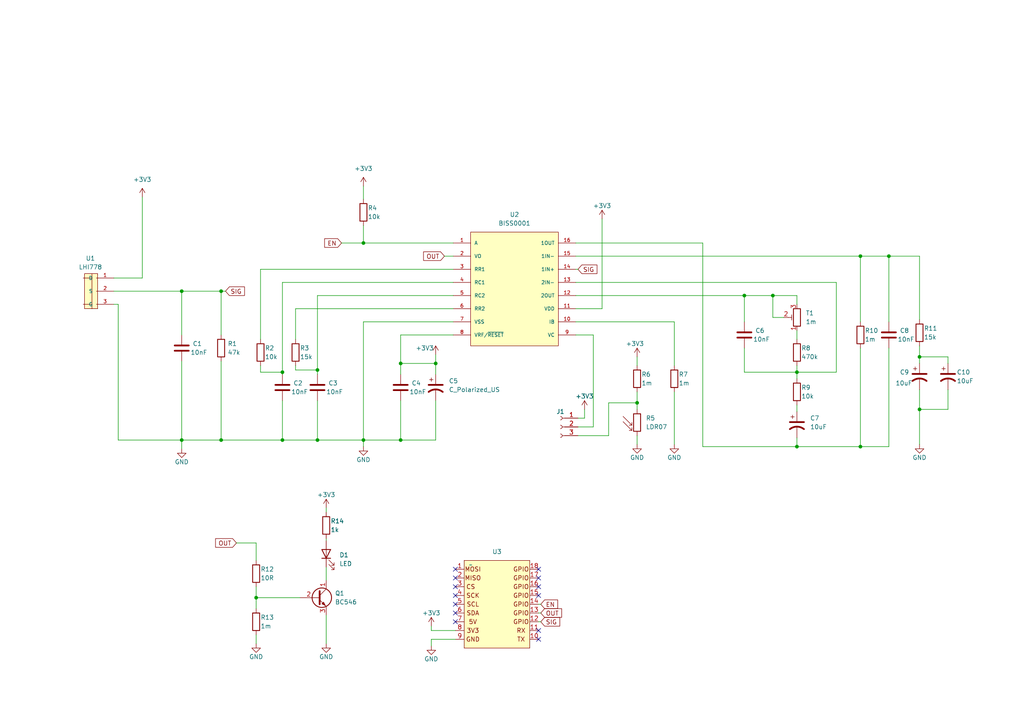
<source format=kicad_sch>
(kicad_sch (version 20230121) (generator eeschema)

  (uuid eab45804-5874-4f97-8002-dae767e35708)

  (paper "A4")

  (lib_symbols
    (symbol "BISS0001:BISS0001" (pin_names (offset 1.016)) (in_bom yes) (on_board yes)
      (property "Reference" "U2" (at 0 24.765 0)
        (effects (font (size 1.27 1.27)))
      )
      (property "Value" "BISS0001" (at 0 22.225 0)
        (effects (font (size 1.27 1.27)))
      )
      (property "Footprint" "SOIC127P600X180-16N" (at 0 0 0)
        (effects (font (size 1.27 1.27)) (justify bottom) hide)
      )
      (property "Datasheet" "" (at 0 0 0)
        (effects (font (size 1.27 1.27)) hide)
      )
      (property "E2_MAX" "0.0" (at 0 0 0)
        (effects (font (size 1.27 1.27)) (justify bottom) hide)
      )
      (property "SNAPEDA_PACKAGE_ID" "" (at 0 0 0)
        (effects (font (size 1.27 1.27)) (justify bottom) hide)
      )
      (property "B_NOM" "0.45" (at 0 0 0)
        (effects (font (size 1.27 1.27)) (justify bottom) hide)
      )
      (property "EMAX" "" (at 0 0 0)
        (effects (font (size 1.27 1.27)) (justify bottom) hide)
      )
      (property "D_MAX" "10.0" (at 0 0 0)
        (effects (font (size 1.27 1.27)) (justify bottom) hide)
      )
      (property "PACKAGE_TYPE" "" (at 0 0 0)
        (effects (font (size 1.27 1.27)) (justify bottom) hide)
      )
      (property "D1_NOM" "" (at 0 0 0)
        (effects (font (size 1.27 1.27)) (justify bottom) hide)
      )
      (property "E1_NOM" "3.9" (at 0 0 0)
        (effects (font (size 1.27 1.27)) (justify bottom) hide)
      )
      (property "L1_NOM" "" (at 0 0 0)
        (effects (font (size 1.27 1.27)) (justify bottom) hide)
      )
      (property "DMAX" "" (at 0 0 0)
        (effects (font (size 1.27 1.27)) (justify bottom) hide)
      )
      (property "E1_MIN" "3.9" (at 0 0 0)
        (effects (font (size 1.27 1.27)) (justify bottom) hide)
      )
      (property "L1_MIN" "" (at 0 0 0)
        (effects (font (size 1.27 1.27)) (justify bottom) hide)
      )
      (property "B_MAX" "0.45" (at 0 0 0)
        (effects (font (size 1.27 1.27)) (justify bottom) hide)
      )
      (property "EMIN" "" (at 0 0 0)
        (effects (font (size 1.27 1.27)) (justify bottom) hide)
      )
      (property "D2_MAX" "0.0" (at 0 0 0)
        (effects (font (size 1.27 1.27)) (justify bottom) hide)
      )
      (property "ENOM" "1.27" (at 0 0 0)
        (effects (font (size 1.27 1.27)) (justify bottom) hide)
      )
      (property "D_NOM" "10.0" (at 0 0 0)
        (effects (font (size 1.27 1.27)) (justify bottom) hide)
      )
      (property "VACANCIES" "" (at 0 0 0)
        (effects (font (size 1.27 1.27)) (justify bottom) hide)
      )
      (property "L_MAX" "0.5" (at 0 0 0)
        (effects (font (size 1.27 1.27)) (justify bottom) hide)
      )
      (property "A_MAX" "1.8" (at 0 0 0)
        (effects (font (size 1.27 1.27)) (justify bottom) hide)
      )
      (property "D1_MAX" "" (at 0 0 0)
        (effects (font (size 1.27 1.27)) (justify bottom) hide)
      )
      (property "L1_MAX" "" (at 0 0 0)
        (effects (font (size 1.27 1.27)) (justify bottom) hide)
      )
      (property "D1_MIN" "" (at 0 0 0)
        (effects (font (size 1.27 1.27)) (justify bottom) hide)
      )
      (property "A_NOM" "1.8" (at 0 0 0)
        (effects (font (size 1.27 1.27)) (justify bottom) hide)
      )
      (property "A_MIN" "1.8" (at 0 0 0)
        (effects (font (size 1.27 1.27)) (justify bottom) hide)
      )
      (property "STANDARD" "IPC 7351B" (at 0 0 0)
        (effects (font (size 1.27 1.27)) (justify bottom) hide)
      )
      (property "DNOM" "" (at 0 0 0)
        (effects (font (size 1.27 1.27)) (justify bottom) hide)
      )
      (property "DMIN" "" (at 0 0 0)
        (effects (font (size 1.27 1.27)) (justify bottom) hide)
      )
      (property "E_NOM" "6.0" (at 0 0 0)
        (effects (font (size 1.27 1.27)) (justify bottom) hide)
      )
      (property "B_MIN" "0.45" (at 0 0 0)
        (effects (font (size 1.27 1.27)) (justify bottom) hide)
      )
      (property "PIN_COUNT" "16.0" (at 0 0 0)
        (effects (font (size 1.27 1.27)) (justify bottom) hide)
      )
      (property "L_NOM" "0.5" (at 0 0 0)
        (effects (font (size 1.27 1.27)) (justify bottom) hide)
      )
      (property "MANUFACTURER" "SC Electronics Tech" (at 0 0 0)
        (effects (font (size 1.27 1.27)) (justify bottom) hide)
      )
      (property "A1_MIN" "0.1" (at 0 0 0)
        (effects (font (size 1.27 1.27)) (justify bottom) hide)
      )
      (property "E1_MAX" "3.9" (at 0 0 0)
        (effects (font (size 1.27 1.27)) (justify bottom) hide)
      )
      (property "E_MIN" "6.0" (at 0 0 0)
        (effects (font (size 1.27 1.27)) (justify bottom) hide)
      )
      (property "D_MIN" "10.0" (at 0 0 0)
        (effects (font (size 1.27 1.27)) (justify bottom) hide)
      )
      (property "PINS" "" (at 0 0 0)
        (effects (font (size 1.27 1.27)) (justify bottom) hide)
      )
      (property "L_MIN" "0.5" (at 0 0 0)
        (effects (font (size 1.27 1.27)) (justify bottom) hide)
      )
      (property "E_MAX" "6.0" (at 0 0 0)
        (effects (font (size 1.27 1.27)) (justify bottom) hide)
      )
      (symbol "BISS0001_0_0"
        (rectangle (start -12.7 17.78) (end 12.7 -15.24)
          (stroke (width 0.1524) (type default))
          (fill (type background))
        )
        (pin passive line (at -17.78 14.605 0) (length 5.08)
          (name "A" (effects (font (size 1.016 1.016))))
          (number "1" (effects (font (size 1.016 1.016))))
        )
        (pin passive line (at 17.78 -8.255 180) (length 5.08)
          (name "IB" (effects (font (size 1.016 1.016))))
          (number "10" (effects (font (size 1.016 1.016))))
        )
        (pin power_in line (at 17.78 -4.445 180) (length 5.08)
          (name "VDD" (effects (font (size 1.016 1.016))))
          (number "11" (effects (font (size 1.016 1.016))))
        )
        (pin output line (at 17.78 -0.635 180) (length 5.08)
          (name "2OUT" (effects (font (size 1.016 1.016))))
          (number "12" (effects (font (size 1.016 1.016))))
        )
        (pin input line (at 17.78 3.175 180) (length 5.08)
          (name "2IN-" (effects (font (size 1.016 1.016))))
          (number "13" (effects (font (size 1.016 1.016))))
        )
        (pin input line (at 17.78 6.985 180) (length 5.08)
          (name "1IN+" (effects (font (size 1.016 1.016))))
          (number "14" (effects (font (size 1.016 1.016))))
        )
        (pin input line (at 17.78 10.795 180) (length 5.08)
          (name "1IN-" (effects (font (size 1.016 1.016))))
          (number "15" (effects (font (size 1.016 1.016))))
        )
        (pin output line (at 17.78 14.605 180) (length 5.08)
          (name "1OUT" (effects (font (size 1.016 1.016))))
          (number "16" (effects (font (size 1.016 1.016))))
        )
        (pin passive line (at -17.78 10.795 0) (length 5.08)
          (name "VO" (effects (font (size 1.016 1.016))))
          (number "2" (effects (font (size 1.016 1.016))))
        )
        (pin passive line (at -17.78 6.985 0) (length 5.08)
          (name "RR1" (effects (font (size 1.016 1.016))))
          (number "3" (effects (font (size 1.016 1.016))))
        )
        (pin passive line (at -17.78 3.175 0) (length 5.08)
          (name "RC1" (effects (font (size 1.016 1.016))))
          (number "4" (effects (font (size 1.016 1.016))))
        )
        (pin passive line (at -17.78 -0.635 0) (length 5.08)
          (name "RC2" (effects (font (size 1.016 1.016))))
          (number "5" (effects (font (size 1.016 1.016))))
        )
        (pin passive line (at -17.78 -4.445 0) (length 5.08)
          (name "RR2" (effects (font (size 1.016 1.016))))
          (number "6" (effects (font (size 1.016 1.016))))
        )
        (pin power_in line (at -17.78 -8.255 0) (length 5.08)
          (name "VSS" (effects (font (size 1.016 1.016))))
          (number "7" (effects (font (size 1.016 1.016))))
        )
        (pin passive line (at -17.78 -12.065 0) (length 5.08)
          (name "VRF/~{RESET}" (effects (font (size 1.016 1.016))))
          (number "8" (effects (font (size 1.016 1.016))))
        )
        (pin passive line (at 17.78 -12.065 180) (length 5.08)
          (name "VC" (effects (font (size 1.016 1.016))))
          (number "9" (effects (font (size 1.016 1.016))))
        )
      )
    )
    (symbol "Connector:Conn_01x03_Female" (pin_names (offset 1.016) hide) (in_bom yes) (on_board yes)
      (property "Reference" "J" (at 0 5.08 0)
        (effects (font (size 1.27 1.27)))
      )
      (property "Value" "Conn_01x03_Female" (at 0 -5.08 0)
        (effects (font (size 1.27 1.27)))
      )
      (property "Footprint" "" (at 0 0 0)
        (effects (font (size 1.27 1.27)) hide)
      )
      (property "Datasheet" "~" (at 0 0 0)
        (effects (font (size 1.27 1.27)) hide)
      )
      (property "ki_keywords" "connector" (at 0 0 0)
        (effects (font (size 1.27 1.27)) hide)
      )
      (property "ki_description" "Generic connector, single row, 01x03, script generated (kicad-library-utils/schlib/autogen/connector/)" (at 0 0 0)
        (effects (font (size 1.27 1.27)) hide)
      )
      (property "ki_fp_filters" "Connector*:*_1x??_*" (at 0 0 0)
        (effects (font (size 1.27 1.27)) hide)
      )
      (symbol "Conn_01x03_Female_1_1"
        (arc (start 0 -2.032) (mid -0.5058 -2.54) (end 0 -3.048)
          (stroke (width 0.1524) (type default))
          (fill (type none))
        )
        (polyline
          (pts
            (xy -1.27 -2.54)
            (xy -0.508 -2.54)
          )
          (stroke (width 0.1524) (type default))
          (fill (type none))
        )
        (polyline
          (pts
            (xy -1.27 0)
            (xy -0.508 0)
          )
          (stroke (width 0.1524) (type default))
          (fill (type none))
        )
        (polyline
          (pts
            (xy -1.27 2.54)
            (xy -0.508 2.54)
          )
          (stroke (width 0.1524) (type default))
          (fill (type none))
        )
        (arc (start 0 0.508) (mid -0.5058 0) (end 0 -0.508)
          (stroke (width 0.1524) (type default))
          (fill (type none))
        )
        (arc (start 0 3.048) (mid -0.5058 2.54) (end 0 2.032)
          (stroke (width 0.1524) (type default))
          (fill (type none))
        )
        (pin passive line (at -5.08 2.54 0) (length 3.81)
          (name "Pin_1" (effects (font (size 1.27 1.27))))
          (number "1" (effects (font (size 1.27 1.27))))
        )
        (pin passive line (at -5.08 0 0) (length 3.81)
          (name "Pin_2" (effects (font (size 1.27 1.27))))
          (number "2" (effects (font (size 1.27 1.27))))
        )
        (pin passive line (at -5.08 -2.54 0) (length 3.81)
          (name "Pin_3" (effects (font (size 1.27 1.27))))
          (number "3" (effects (font (size 1.27 1.27))))
        )
      )
    )
    (symbol "DIP-MOTION_POSITION-LHI778_3P-D8.1MM_:DIP-MOTION{slash}POSITION-LHI778(3P-D8.1MM)" (pin_names (offset 1.016)) (in_bom yes) (on_board yes)
      (property "Reference" "U" (at -6.3626 6.3626 0)
        (effects (font (size 1.27 1.27)) (justify left bottom))
      )
      (property "Value" "DIP-MOTION{slash}POSITION-LHI778(3P-D8.1MM)" (at 0 6.3563 0)
        (effects (font (size 1.27 1.27)) (justify left bottom))
      )
      (property "Footprint" "SNR3-D8.1XH4.2MM" (at 0 0 0)
        (effects (font (size 1.27 1.27)) (justify bottom) hide)
      )
      (property "Datasheet" "" (at 0 0 0)
        (effects (font (size 1.27 1.27)) hide)
      )
      (property "MPN" "LHI778" (at 0 0 0)
        (effects (font (size 1.27 1.27)) (justify bottom) hide)
      )
      (symbol "DIP-MOTION{slash}POSITION-LHI778(3P-D8.1MM)_0_0"
        (rectangle (start -5.08 0.8731) (end 5.08 4.6831)
          (stroke (width 0.1524) (type default))
          (fill (type background))
        )
        (polyline
          (pts
            (xy -5.08 2.54)
            (xy 3.81 2.54)
          )
          (stroke (width 0.1524) (type default))
          (fill (type none))
        )
        (polyline
          (pts
            (xy -3.81 5.08)
            (xy -3.81 2.54)
          )
          (stroke (width 0.1524) (type default))
          (fill (type none))
        )
        (polyline
          (pts
            (xy 3.81 2.54)
            (xy 5.08 2.54)
          )
          (stroke (width 0.1524) (type default))
          (fill (type none))
        )
        (polyline
          (pts
            (xy 3.81 5.08)
            (xy 3.81 2.54)
          )
          (stroke (width 0.1524) (type default))
          (fill (type none))
        )
        (pin bidirectional line (at 3.81 -3.81 90) (length 5.08)
          (name "D" (effects (font (size 1.016 1.016))))
          (number "1" (effects (font (size 1.016 1.016))))
        )
        (pin bidirectional line (at 0 -3.81 90) (length 5.08)
          (name "S" (effects (font (size 1.016 1.016))))
          (number "2" (effects (font (size 1.016 1.016))))
        )
        (pin bidirectional line (at -3.81 -3.81 90) (length 5.08)
          (name "G" (effects (font (size 1.016 1.016))))
          (number "3" (effects (font (size 1.016 1.016))))
        )
      )
    )
    (symbol "Device:C" (pin_numbers hide) (pin_names (offset 0.254)) (in_bom yes) (on_board yes)
      (property "Reference" "C" (at 0.635 2.54 0)
        (effects (font (size 1.27 1.27)) (justify left))
      )
      (property "Value" "C" (at 0.635 -2.54 0)
        (effects (font (size 1.27 1.27)) (justify left))
      )
      (property "Footprint" "" (at 0.9652 -3.81 0)
        (effects (font (size 1.27 1.27)) hide)
      )
      (property "Datasheet" "~" (at 0 0 0)
        (effects (font (size 1.27 1.27)) hide)
      )
      (property "ki_keywords" "cap capacitor" (at 0 0 0)
        (effects (font (size 1.27 1.27)) hide)
      )
      (property "ki_description" "Unpolarized capacitor" (at 0 0 0)
        (effects (font (size 1.27 1.27)) hide)
      )
      (property "ki_fp_filters" "C_*" (at 0 0 0)
        (effects (font (size 1.27 1.27)) hide)
      )
      (symbol "C_0_1"
        (polyline
          (pts
            (xy -2.032 -0.762)
            (xy 2.032 -0.762)
          )
          (stroke (width 0.508) (type default))
          (fill (type none))
        )
        (polyline
          (pts
            (xy -2.032 0.762)
            (xy 2.032 0.762)
          )
          (stroke (width 0.508) (type default))
          (fill (type none))
        )
      )
      (symbol "C_1_1"
        (pin passive line (at 0 3.81 270) (length 2.794)
          (name "~" (effects (font (size 1.27 1.27))))
          (number "1" (effects (font (size 1.27 1.27))))
        )
        (pin passive line (at 0 -3.81 90) (length 2.794)
          (name "~" (effects (font (size 1.27 1.27))))
          (number "2" (effects (font (size 1.27 1.27))))
        )
      )
    )
    (symbol "Device:C_Polarized_US" (pin_numbers hide) (pin_names (offset 0.254) hide) (in_bom yes) (on_board yes)
      (property "Reference" "C" (at 0.635 2.54 0)
        (effects (font (size 1.27 1.27)) (justify left))
      )
      (property "Value" "C_Polarized_US" (at 0.635 -2.54 0)
        (effects (font (size 1.27 1.27)) (justify left))
      )
      (property "Footprint" "" (at 0 0 0)
        (effects (font (size 1.27 1.27)) hide)
      )
      (property "Datasheet" "~" (at 0 0 0)
        (effects (font (size 1.27 1.27)) hide)
      )
      (property "ki_keywords" "cap capacitor" (at 0 0 0)
        (effects (font (size 1.27 1.27)) hide)
      )
      (property "ki_description" "Polarized capacitor, US symbol" (at 0 0 0)
        (effects (font (size 1.27 1.27)) hide)
      )
      (property "ki_fp_filters" "CP_*" (at 0 0 0)
        (effects (font (size 1.27 1.27)) hide)
      )
      (symbol "C_Polarized_US_0_1"
        (polyline
          (pts
            (xy -2.032 0.762)
            (xy 2.032 0.762)
          )
          (stroke (width 0.508) (type default))
          (fill (type none))
        )
        (polyline
          (pts
            (xy -1.778 2.286)
            (xy -0.762 2.286)
          )
          (stroke (width 0) (type default))
          (fill (type none))
        )
        (polyline
          (pts
            (xy -1.27 1.778)
            (xy -1.27 2.794)
          )
          (stroke (width 0) (type default))
          (fill (type none))
        )
        (arc (start 2.032 -1.27) (mid 0 -0.5572) (end -2.032 -1.27)
          (stroke (width 0.508) (type default))
          (fill (type none))
        )
      )
      (symbol "C_Polarized_US_1_1"
        (pin passive line (at 0 3.81 270) (length 2.794)
          (name "~" (effects (font (size 1.27 1.27))))
          (number "1" (effects (font (size 1.27 1.27))))
        )
        (pin passive line (at 0 -3.81 90) (length 3.302)
          (name "~" (effects (font (size 1.27 1.27))))
          (number "2" (effects (font (size 1.27 1.27))))
        )
      )
    )
    (symbol "Device:LED" (pin_numbers hide) (pin_names (offset 1.016) hide) (in_bom yes) (on_board yes)
      (property "Reference" "D" (at 0 2.54 0)
        (effects (font (size 1.27 1.27)))
      )
      (property "Value" "LED" (at 0 -2.54 0)
        (effects (font (size 1.27 1.27)))
      )
      (property "Footprint" "" (at 0 0 0)
        (effects (font (size 1.27 1.27)) hide)
      )
      (property "Datasheet" "~" (at 0 0 0)
        (effects (font (size 1.27 1.27)) hide)
      )
      (property "ki_keywords" "LED diode" (at 0 0 0)
        (effects (font (size 1.27 1.27)) hide)
      )
      (property "ki_description" "Light emitting diode" (at 0 0 0)
        (effects (font (size 1.27 1.27)) hide)
      )
      (property "ki_fp_filters" "LED* LED_SMD:* LED_THT:*" (at 0 0 0)
        (effects (font (size 1.27 1.27)) hide)
      )
      (symbol "LED_0_1"
        (polyline
          (pts
            (xy -1.27 -1.27)
            (xy -1.27 1.27)
          )
          (stroke (width 0.254) (type default))
          (fill (type none))
        )
        (polyline
          (pts
            (xy -1.27 0)
            (xy 1.27 0)
          )
          (stroke (width 0) (type default))
          (fill (type none))
        )
        (polyline
          (pts
            (xy 1.27 -1.27)
            (xy 1.27 1.27)
            (xy -1.27 0)
            (xy 1.27 -1.27)
          )
          (stroke (width 0.254) (type default))
          (fill (type none))
        )
        (polyline
          (pts
            (xy -3.048 -0.762)
            (xy -4.572 -2.286)
            (xy -3.81 -2.286)
            (xy -4.572 -2.286)
            (xy -4.572 -1.524)
          )
          (stroke (width 0) (type default))
          (fill (type none))
        )
        (polyline
          (pts
            (xy -1.778 -0.762)
            (xy -3.302 -2.286)
            (xy -2.54 -2.286)
            (xy -3.302 -2.286)
            (xy -3.302 -1.524)
          )
          (stroke (width 0) (type default))
          (fill (type none))
        )
      )
      (symbol "LED_1_1"
        (pin passive line (at -3.81 0 0) (length 2.54)
          (name "K" (effects (font (size 1.27 1.27))))
          (number "1" (effects (font (size 1.27 1.27))))
        )
        (pin passive line (at 3.81 0 180) (length 2.54)
          (name "A" (effects (font (size 1.27 1.27))))
          (number "2" (effects (font (size 1.27 1.27))))
        )
      )
    )
    (symbol "Device:R" (pin_numbers hide) (pin_names (offset 0)) (in_bom yes) (on_board yes)
      (property "Reference" "R" (at 2.032 0 90)
        (effects (font (size 1.27 1.27)))
      )
      (property "Value" "R" (at 0 0 90)
        (effects (font (size 1.27 1.27)))
      )
      (property "Footprint" "" (at -1.778 0 90)
        (effects (font (size 1.27 1.27)) hide)
      )
      (property "Datasheet" "~" (at 0 0 0)
        (effects (font (size 1.27 1.27)) hide)
      )
      (property "ki_keywords" "R res resistor" (at 0 0 0)
        (effects (font (size 1.27 1.27)) hide)
      )
      (property "ki_description" "Resistor" (at 0 0 0)
        (effects (font (size 1.27 1.27)) hide)
      )
      (property "ki_fp_filters" "R_*" (at 0 0 0)
        (effects (font (size 1.27 1.27)) hide)
      )
      (symbol "R_0_1"
        (rectangle (start -1.016 -2.54) (end 1.016 2.54)
          (stroke (width 0.254) (type default))
          (fill (type none))
        )
      )
      (symbol "R_1_1"
        (pin passive line (at 0 3.81 270) (length 1.27)
          (name "~" (effects (font (size 1.27 1.27))))
          (number "1" (effects (font (size 1.27 1.27))))
        )
        (pin passive line (at 0 -3.81 90) (length 1.27)
          (name "~" (effects (font (size 1.27 1.27))))
          (number "2" (effects (font (size 1.27 1.27))))
        )
      )
    )
    (symbol "Device:R_Potentiometer_Trim" (pin_names (offset 1.016) hide) (in_bom yes) (on_board yes)
      (property "Reference" "RV" (at -4.445 0 90)
        (effects (font (size 1.27 1.27)))
      )
      (property "Value" "R_Potentiometer_Trim" (at -2.54 0 90)
        (effects (font (size 1.27 1.27)))
      )
      (property "Footprint" "" (at 0 0 0)
        (effects (font (size 1.27 1.27)) hide)
      )
      (property "Datasheet" "~" (at 0 0 0)
        (effects (font (size 1.27 1.27)) hide)
      )
      (property "ki_keywords" "resistor variable trimpot trimmer" (at 0 0 0)
        (effects (font (size 1.27 1.27)) hide)
      )
      (property "ki_description" "Trim-potentiometer" (at 0 0 0)
        (effects (font (size 1.27 1.27)) hide)
      )
      (property "ki_fp_filters" "Potentiometer*" (at 0 0 0)
        (effects (font (size 1.27 1.27)) hide)
      )
      (symbol "R_Potentiometer_Trim_0_1"
        (polyline
          (pts
            (xy 1.524 0.762)
            (xy 1.524 -0.762)
          )
          (stroke (width 0) (type default))
          (fill (type none))
        )
        (polyline
          (pts
            (xy 2.54 0)
            (xy 1.524 0)
          )
          (stroke (width 0) (type default))
          (fill (type none))
        )
        (rectangle (start 1.016 2.54) (end -1.016 -2.54)
          (stroke (width 0.254) (type default))
          (fill (type none))
        )
      )
      (symbol "R_Potentiometer_Trim_1_1"
        (pin passive line (at 0 3.81 270) (length 1.27)
          (name "1" (effects (font (size 1.27 1.27))))
          (number "1" (effects (font (size 1.27 1.27))))
        )
        (pin passive line (at 3.81 0 180) (length 1.27)
          (name "2" (effects (font (size 1.27 1.27))))
          (number "2" (effects (font (size 1.27 1.27))))
        )
        (pin passive line (at 0 -3.81 90) (length 1.27)
          (name "3" (effects (font (size 1.27 1.27))))
          (number "3" (effects (font (size 1.27 1.27))))
        )
      )
    )
    (symbol "Sensor_Optical:LDR07" (pin_numbers hide) (pin_names (offset 0)) (in_bom yes) (on_board yes)
      (property "Reference" "R" (at -5.08 0 90)
        (effects (font (size 1.27 1.27)))
      )
      (property "Value" "LDR07" (at 1.905 0 90)
        (effects (font (size 1.27 1.27)) (justify top))
      )
      (property "Footprint" "OptoDevice:R_LDR_5.1x4.3mm_P3.4mm_Vertical" (at 4.445 0 90)
        (effects (font (size 1.27 1.27)) hide)
      )
      (property "Datasheet" "http://www.tme.eu/de/Document/f2e3ad76a925811312d226c31da4cd7e/LDR07.pdf" (at 0 -1.27 0)
        (effects (font (size 1.27 1.27)) hide)
      )
      (property "ki_keywords" "light dependent photo resistor LDR" (at 0 0 0)
        (effects (font (size 1.27 1.27)) hide)
      )
      (property "ki_description" "light dependent resistor" (at 0 0 0)
        (effects (font (size 1.27 1.27)) hide)
      )
      (property "ki_fp_filters" "R*LDR*5.1x4.3mm*P3.4mm*" (at 0 0 0)
        (effects (font (size 1.27 1.27)) hide)
      )
      (symbol "LDR07_0_1"
        (rectangle (start -1.016 2.54) (end 1.016 -2.54)
          (stroke (width 0.254) (type default))
          (fill (type none))
        )
        (polyline
          (pts
            (xy -1.524 -2.286)
            (xy -4.064 0.254)
          )
          (stroke (width 0) (type default))
          (fill (type none))
        )
        (polyline
          (pts
            (xy -1.524 -2.286)
            (xy -2.286 -2.286)
          )
          (stroke (width 0) (type default))
          (fill (type none))
        )
        (polyline
          (pts
            (xy -1.524 -2.286)
            (xy -1.524 -1.524)
          )
          (stroke (width 0) (type default))
          (fill (type none))
        )
        (polyline
          (pts
            (xy -1.524 -0.762)
            (xy -4.064 1.778)
          )
          (stroke (width 0) (type default))
          (fill (type none))
        )
        (polyline
          (pts
            (xy -1.524 -0.762)
            (xy -2.286 -0.762)
          )
          (stroke (width 0) (type default))
          (fill (type none))
        )
        (polyline
          (pts
            (xy -1.524 -0.762)
            (xy -1.524 0)
          )
          (stroke (width 0) (type default))
          (fill (type none))
        )
      )
      (symbol "LDR07_1_1"
        (pin passive line (at 0 3.81 270) (length 1.27)
          (name "~" (effects (font (size 1.27 1.27))))
          (number "1" (effects (font (size 1.27 1.27))))
        )
        (pin passive line (at 0 -3.81 90) (length 1.27)
          (name "~" (effects (font (size 1.27 1.27))))
          (number "2" (effects (font (size 1.27 1.27))))
        )
      )
    )
    (symbol "Transistor_BJT:BC546" (pin_names (offset 0) hide) (in_bom yes) (on_board yes)
      (property "Reference" "Q" (at 5.08 1.905 0)
        (effects (font (size 1.27 1.27)) (justify left))
      )
      (property "Value" "BC546" (at 5.08 0 0)
        (effects (font (size 1.27 1.27)) (justify left))
      )
      (property "Footprint" "Package_TO_SOT_THT:TO-92_Inline" (at 5.08 -1.905 0)
        (effects (font (size 1.27 1.27) italic) (justify left) hide)
      )
      (property "Datasheet" "https://www.onsemi.com/pub/Collateral/BC550-D.pdf" (at 0 0 0)
        (effects (font (size 1.27 1.27)) (justify left) hide)
      )
      (property "ki_keywords" "NPN Transistor" (at 0 0 0)
        (effects (font (size 1.27 1.27)) hide)
      )
      (property "ki_description" "0.1A Ic, 65V Vce, Small Signal NPN Transistor, TO-92" (at 0 0 0)
        (effects (font (size 1.27 1.27)) hide)
      )
      (property "ki_fp_filters" "TO?92*" (at 0 0 0)
        (effects (font (size 1.27 1.27)) hide)
      )
      (symbol "BC546_0_1"
        (polyline
          (pts
            (xy 0 0)
            (xy 0.635 0)
          )
          (stroke (width 0) (type default))
          (fill (type none))
        )
        (polyline
          (pts
            (xy 0.635 0.635)
            (xy 2.54 2.54)
          )
          (stroke (width 0) (type default))
          (fill (type none))
        )
        (polyline
          (pts
            (xy 0.635 -0.635)
            (xy 2.54 -2.54)
            (xy 2.54 -2.54)
          )
          (stroke (width 0) (type default))
          (fill (type none))
        )
        (polyline
          (pts
            (xy 0.635 1.905)
            (xy 0.635 -1.905)
            (xy 0.635 -1.905)
          )
          (stroke (width 0.508) (type default))
          (fill (type none))
        )
        (polyline
          (pts
            (xy 1.27 -1.778)
            (xy 1.778 -1.27)
            (xy 2.286 -2.286)
            (xy 1.27 -1.778)
            (xy 1.27 -1.778)
          )
          (stroke (width 0) (type default))
          (fill (type outline))
        )
        (circle (center 1.27 0) (radius 2.8194)
          (stroke (width 0.254) (type default))
          (fill (type none))
        )
      )
      (symbol "BC546_1_1"
        (pin passive line (at 2.54 5.08 270) (length 2.54)
          (name "C" (effects (font (size 1.27 1.27))))
          (number "1" (effects (font (size 1.27 1.27))))
        )
        (pin input line (at -5.08 0 0) (length 5.08)
          (name "B" (effects (font (size 1.27 1.27))))
          (number "2" (effects (font (size 1.27 1.27))))
        )
        (pin passive line (at 2.54 -5.08 90) (length 2.54)
          (name "E" (effects (font (size 1.27 1.27))))
          (number "3" (effects (font (size 1.27 1.27))))
        )
      )
    )
    (symbol "moduler_pin:air" (in_bom yes) (on_board yes)
      (property "Reference" "U" (at 7.62 2.54 0)
        (effects (font (size 1.27 1.27)))
      )
      (property "Value" "" (at 0 0 0)
        (effects (font (size 1.27 1.27)))
      )
      (property "Footprint" "" (at 0 0 0)
        (effects (font (size 1.27 1.27)) hide)
      )
      (property "Datasheet" "" (at 0 0 0)
        (effects (font (size 1.27 1.27)) hide)
      )
      (symbol "air_1_1"
        (rectangle (start -1.905 1.27) (end 17.145 -24.13)
          (stroke (width 0) (type default))
          (fill (type background))
        )
        (text "3V3" (at 0.635 -19.05 0)
          (effects (font (size 1.27 1.27)))
        )
        (text "5V" (at 0.635 -16.51 0)
          (effects (font (size 1.27 1.27)))
        )
        (text "CS" (at 0 -6.35 0)
          (effects (font (size 1.27 1.27)))
        )
        (text "GND" (at 0.635 -21.59 0)
          (effects (font (size 1.27 1.27)))
        )
        (text "GPIO" (at 14.605 -16.51 0)
          (effects (font (size 1.27 1.27)))
        )
        (text "GPIO" (at 14.605 -13.97 0)
          (effects (font (size 1.27 1.27)))
        )
        (text "GPIO" (at 14.605 -11.43 0)
          (effects (font (size 1.27 1.27)))
        )
        (text "GPIO" (at 14.605 -8.89 0)
          (effects (font (size 1.27 1.27)))
        )
        (text "GPIO" (at 14.605 -6.35 0)
          (effects (font (size 1.27 1.27)))
        )
        (text "GPIO" (at 14.605 -3.81 0)
          (effects (font (size 1.27 1.27)))
        )
        (text "GPIO" (at 14.605 -1.27 0)
          (effects (font (size 1.27 1.27)))
        )
        (text "MISO" (at 0.635 -3.81 0)
          (effects (font (size 1.27 1.27)))
        )
        (text "MOSI" (at 0.635 -1.27 0)
          (effects (font (size 1.27 1.27)))
        )
        (text "RX" (at 14.605 -19.05 0)
          (effects (font (size 1.27 1.27)))
        )
        (text "SCK" (at 0.635 -8.89 0)
          (effects (font (size 1.27 1.27)))
        )
        (text "SCL" (at 0.635 -11.43 0)
          (effects (font (size 1.27 1.27)))
        )
        (text "SDA" (at 0.635 -13.97 0)
          (effects (font (size 1.27 1.27)))
        )
        (text "TX" (at 14.605 -21.59 0)
          (effects (font (size 1.27 1.27)))
        )
        (pin input line (at -4.445 -1.27 0) (length 2.54)
          (name "" (effects (font (size 1.27 1.27))))
          (number "1" (effects (font (size 1.27 1.27))))
        )
        (pin input line (at 19.685 -21.59 180) (length 2.54)
          (name "" (effects (font (size 1.27 1.27))))
          (number "10" (effects (font (size 1.27 1.27))))
        )
        (pin input line (at 19.685 -19.05 180) (length 2.54)
          (name "" (effects (font (size 1.27 1.27))))
          (number "11" (effects (font (size 1.27 1.27))))
        )
        (pin input line (at 19.685 -16.51 180) (length 2.54)
          (name "" (effects (font (size 1.27 1.27))))
          (number "12" (effects (font (size 1.27 1.27))))
        )
        (pin input line (at 19.685 -13.97 180) (length 2.54)
          (name "" (effects (font (size 1.27 1.27))))
          (number "13" (effects (font (size 1.27 1.27))))
        )
        (pin input line (at 19.685 -11.43 180) (length 2.54)
          (name "" (effects (font (size 1.27 1.27))))
          (number "14" (effects (font (size 1.27 1.27))))
        )
        (pin input line (at 19.685 -8.89 180) (length 2.54)
          (name "" (effects (font (size 1.27 1.27))))
          (number "15" (effects (font (size 1.27 1.27))))
        )
        (pin input line (at 19.685 -6.35 180) (length 2.54)
          (name "" (effects (font (size 1.27 1.27))))
          (number "16" (effects (font (size 1.27 1.27))))
        )
        (pin input line (at 19.685 -3.81 180) (length 2.54)
          (name "" (effects (font (size 1.27 1.27))))
          (number "17" (effects (font (size 1.27 1.27))))
        )
        (pin input line (at 19.685 -1.27 180) (length 2.54)
          (name "" (effects (font (size 1.27 1.27))))
          (number "18" (effects (font (size 1.27 1.27))))
        )
        (pin input line (at -4.445 -3.81 0) (length 2.54)
          (name "" (effects (font (size 1.27 1.27))))
          (number "2" (effects (font (size 1.27 1.27))))
        )
        (pin input line (at -4.445 -6.35 0) (length 2.54)
          (name "" (effects (font (size 1.27 1.27))))
          (number "3" (effects (font (size 1.27 1.27))))
        )
        (pin input line (at -4.445 -8.89 0) (length 2.54)
          (name "" (effects (font (size 1.27 1.27))))
          (number "4" (effects (font (size 1.27 1.27))))
        )
        (pin input line (at -4.445 -11.43 0) (length 2.54)
          (name "" (effects (font (size 1.27 1.27))))
          (number "5" (effects (font (size 1.27 1.27))))
        )
        (pin input line (at -4.445 -13.97 0) (length 2.54)
          (name "" (effects (font (size 1.27 1.27))))
          (number "6" (effects (font (size 1.27 1.27))))
        )
        (pin input line (at -4.445 -16.51 0) (length 2.54)
          (name "" (effects (font (size 1.27 1.27))))
          (number "7" (effects (font (size 1.27 1.27))))
        )
        (pin input line (at -4.445 -19.05 0) (length 2.54)
          (name "" (effects (font (size 1.27 1.27))))
          (number "8" (effects (font (size 1.27 1.27))))
        )
        (pin input line (at -4.445 -21.59 0) (length 2.54)
          (name "" (effects (font (size 1.27 1.27))))
          (number "9" (effects (font (size 1.27 1.27))))
        )
      )
    )
    (symbol "power:+3V3" (power) (pin_names (offset 0)) (in_bom yes) (on_board yes)
      (property "Reference" "#PWR" (at 0 -3.81 0)
        (effects (font (size 1.27 1.27)) hide)
      )
      (property "Value" "+3V3" (at 0 3.556 0)
        (effects (font (size 1.27 1.27)))
      )
      (property "Footprint" "" (at 0 0 0)
        (effects (font (size 1.27 1.27)) hide)
      )
      (property "Datasheet" "" (at 0 0 0)
        (effects (font (size 1.27 1.27)) hide)
      )
      (property "ki_keywords" "power-flag" (at 0 0 0)
        (effects (font (size 1.27 1.27)) hide)
      )
      (property "ki_description" "Power symbol creates a global label with name \"+3V3\"" (at 0 0 0)
        (effects (font (size 1.27 1.27)) hide)
      )
      (symbol "+3V3_0_1"
        (polyline
          (pts
            (xy -0.762 1.27)
            (xy 0 2.54)
          )
          (stroke (width 0) (type default))
          (fill (type none))
        )
        (polyline
          (pts
            (xy 0 0)
            (xy 0 2.54)
          )
          (stroke (width 0) (type default))
          (fill (type none))
        )
        (polyline
          (pts
            (xy 0 2.54)
            (xy 0.762 1.27)
          )
          (stroke (width 0) (type default))
          (fill (type none))
        )
      )
      (symbol "+3V3_1_1"
        (pin power_in line (at 0 0 90) (length 0) hide
          (name "+3V3" (effects (font (size 1.27 1.27))))
          (number "1" (effects (font (size 1.27 1.27))))
        )
      )
    )
    (symbol "power:GND" (power) (pin_names (offset 0)) (in_bom yes) (on_board yes)
      (property "Reference" "#PWR" (at 0 -6.35 0)
        (effects (font (size 1.27 1.27)) hide)
      )
      (property "Value" "GND" (at 0 -3.81 0)
        (effects (font (size 1.27 1.27)))
      )
      (property "Footprint" "" (at 0 0 0)
        (effects (font (size 1.27 1.27)) hide)
      )
      (property "Datasheet" "" (at 0 0 0)
        (effects (font (size 1.27 1.27)) hide)
      )
      (property "ki_keywords" "power-flag" (at 0 0 0)
        (effects (font (size 1.27 1.27)) hide)
      )
      (property "ki_description" "Power symbol creates a global label with name \"GND\" , ground" (at 0 0 0)
        (effects (font (size 1.27 1.27)) hide)
      )
      (symbol "GND_0_1"
        (polyline
          (pts
            (xy 0 0)
            (xy 0 -1.27)
            (xy 1.27 -1.27)
            (xy 0 -2.54)
            (xy -1.27 -1.27)
            (xy 0 -1.27)
          )
          (stroke (width 0) (type default))
          (fill (type none))
        )
      )
      (symbol "GND_1_1"
        (pin power_in line (at 0 0 270) (length 0) hide
          (name "GND" (effects (font (size 1.27 1.27))))
          (number "1" (effects (font (size 1.27 1.27))))
        )
      )
    )
  )

  (junction (at 64.135 84.455) (diameter 0) (color 0 0 0 0)
    (uuid 09c86ef0-c075-44f0-a6bc-669382b362e7)
  )
  (junction (at 74.295 173.355) (diameter 0) (color 0 0 0 0)
    (uuid 21083606-a309-43f7-87c1-45a383a45c40)
  )
  (junction (at 81.915 107.95) (diameter 0) (color 0 0 0 0)
    (uuid 22ff2cc6-1b27-459d-9974-7169246070f5)
  )
  (junction (at 116.205 127.635) (diameter 0) (color 0 0 0 0)
    (uuid 341ea5ab-e0f7-417a-b766-0cf3f791e900)
  )
  (junction (at 224.155 85.725) (diameter 0) (color 0 0 0 0)
    (uuid 34cd7e50-4795-4b82-bf23-cba0597ca37f)
  )
  (junction (at 266.7 118.745) (diameter 0) (color 0 0 0 0)
    (uuid 462c2779-3606-40ab-985d-1ee713fbd2fe)
  )
  (junction (at 92.075 127.635) (diameter 0) (color 0 0 0 0)
    (uuid 467a0a97-86a8-42c9-a36c-7af1d040301b)
  )
  (junction (at 249.555 74.295) (diameter 0) (color 0 0 0 0)
    (uuid 4aa27e53-fb84-4d43-b0e1-955c7bbf4a2a)
  )
  (junction (at 52.705 84.455) (diameter 0) (color 0 0 0 0)
    (uuid 4aac43ae-6fc4-4dca-8481-d24b6da33aa7)
  )
  (junction (at 266.7 103.505) (diameter 0) (color 0 0 0 0)
    (uuid 4ab5b2f0-f3fc-4eb3-8469-00fb58844699)
  )
  (junction (at 126.365 105.41) (diameter 0) (color 0 0 0 0)
    (uuid 520efd38-6d38-478f-9375-28e319779647)
  )
  (junction (at 184.785 116.84) (diameter 0) (color 0 0 0 0)
    (uuid 569d2877-5616-4c48-8b28-5d436c8ea51f)
  )
  (junction (at 257.81 74.295) (diameter 0) (color 0 0 0 0)
    (uuid 5dd3edc1-50aa-4cd9-b0fd-1bfd9b44741b)
  )
  (junction (at 249.555 129.54) (diameter 0) (color 0 0 0 0)
    (uuid 608a84b6-f495-4854-8b9d-dfcc894c0db5)
  )
  (junction (at 81.915 127.635) (diameter 0) (color 0 0 0 0)
    (uuid 650eaf69-ac02-4b42-9109-a4b1316894b6)
  )
  (junction (at 116.205 105.41) (diameter 0) (color 0 0 0 0)
    (uuid 651cf25b-00c0-4ce1-a816-356b9f59eee1)
  )
  (junction (at 215.9 85.725) (diameter 0) (color 0 0 0 0)
    (uuid 6f42b100-22c7-4662-981e-e45a687392ac)
  )
  (junction (at 52.705 127.635) (diameter 0) (color 0 0 0 0)
    (uuid 80a56986-f033-4181-b8e4-6b37bf31a2ca)
  )
  (junction (at 92.075 107.315) (diameter 0) (color 0 0 0 0)
    (uuid 91f6f0cd-d31e-4fc1-ae79-a63f6f4ef9bd)
  )
  (junction (at 64.135 127.635) (diameter 0) (color 0 0 0 0)
    (uuid bac2837b-5571-4621-b962-6e25f20897f7)
  )
  (junction (at 231.14 107.95) (diameter 0) (color 0 0 0 0)
    (uuid de4f4fda-3e15-4a98-ac90-0d6e35525dea)
  )
  (junction (at 231.14 129.54) (diameter 0) (color 0 0 0 0)
    (uuid de7ec74f-f7b0-4bda-8f66-b435832743db)
  )
  (junction (at 105.41 127.635) (diameter 0) (color 0 0 0 0)
    (uuid ec9235b9-eb07-459a-acbe-481cad9bd4a6)
  )
  (junction (at 105.41 70.485) (diameter 0) (color 0 0 0 0)
    (uuid f2ccd86a-9082-40e3-81d2-e96e24e9e5a1)
  )

  (no_connect (at 156.21 165.1) (uuid 0c6071d1-bf5f-4125-b877-42bf92dc04de))
  (no_connect (at 132.08 177.8) (uuid 2a24e0af-bafc-4fa4-8390-ff45694022e2))
  (no_connect (at 132.08 167.64) (uuid 326cdbbb-d34a-47e7-81e9-14424ed5c3dc))
  (no_connect (at 132.08 180.34) (uuid 36c567a7-1766-49e4-94b5-d1b6d153bf8f))
  (no_connect (at 156.21 170.18) (uuid 38995f12-b3a4-4274-95fa-2347beb4365b))
  (no_connect (at 156.21 172.72) (uuid 436122c0-0e1e-401d-a2d0-229e9010311f))
  (no_connect (at 156.21 167.64) (uuid 5bf5a668-5e6e-4133-a1d8-cdf054f751c9))
  (no_connect (at 156.21 185.42) (uuid 6331788b-ffc0-40cd-9619-f87af6e09bfe))
  (no_connect (at 156.21 182.88) (uuid 8150da41-cd46-4da9-abc6-a5d2f36fef25))
  (no_connect (at 132.08 172.72) (uuid 9f537526-ea3d-4fec-a8e5-f922a00fcc9e))
  (no_connect (at 132.08 165.1) (uuid a43a759e-d18d-4039-bd61-6c87cc116a12))
  (no_connect (at 132.08 170.18) (uuid cafe5fc1-2184-418e-b1be-69f0e61435a6))
  (no_connect (at 132.08 175.26) (uuid d8d5e1bc-a126-4b59-81e8-3778d7f06848))

  (wire (pts (xy 184.785 126.365) (xy 184.785 128.905))
    (stroke (width 0) (type default))
    (uuid 005cd338-296c-4dd4-9ada-b45a07ee5e31)
  )
  (wire (pts (xy 74.295 173.355) (xy 86.995 173.355))
    (stroke (width 0) (type default))
    (uuid 052ac23b-3a6b-411b-b6bd-755d04be884a)
  )
  (wire (pts (xy 34.29 127.635) (xy 52.705 127.635))
    (stroke (width 0) (type default))
    (uuid 05dd122f-88e2-4fe2-b02c-a535ebd18cbd)
  )
  (wire (pts (xy 203.835 70.485) (xy 167.005 70.485))
    (stroke (width 0) (type default))
    (uuid 0b7c7ce4-133a-44fa-b88a-ca1936428d1a)
  )
  (wire (pts (xy 64.135 104.775) (xy 64.135 127.635))
    (stroke (width 0) (type default))
    (uuid 0c077375-c8ba-43d0-a786-74fcc28a394e)
  )
  (wire (pts (xy 266.7 92.71) (xy 266.7 74.295))
    (stroke (width 0) (type default))
    (uuid 0d471ff4-685f-40ce-98c2-d74c007c3b73)
  )
  (wire (pts (xy 174.625 89.535) (xy 167.005 89.535))
    (stroke (width 0) (type default))
    (uuid 0e0c590b-83bd-43d8-85d9-47b26b752643)
  )
  (wire (pts (xy 231.14 106.045) (xy 231.14 107.95))
    (stroke (width 0) (type default))
    (uuid 0eed8574-1ff1-407a-b92b-aec88c7ef3e2)
  )
  (wire (pts (xy 126.365 108.585) (xy 126.365 105.41))
    (stroke (width 0) (type default))
    (uuid 13117b2f-126a-4b55-956e-1bebc1d1c03f)
  )
  (wire (pts (xy 231.14 107.95) (xy 242.57 107.95))
    (stroke (width 0) (type default))
    (uuid 167d9d71-b254-446d-b240-bd688bf12769)
  )
  (wire (pts (xy 34.29 88.265) (xy 34.29 127.635))
    (stroke (width 0) (type default))
    (uuid 170a12e1-a3fe-469b-a9d9-93464a4d1fb8)
  )
  (wire (pts (xy 105.41 127.635) (xy 105.41 93.345))
    (stroke (width 0) (type default))
    (uuid 17d57db8-d8a5-4a50-a61f-15a95a77debf)
  )
  (wire (pts (xy 34.29 88.265) (xy 33.02 88.265))
    (stroke (width 0) (type default))
    (uuid 17eafce6-afe5-4b10-9c44-ba4f7f8ad2c2)
  )
  (wire (pts (xy 184.785 103.505) (xy 184.785 106.045))
    (stroke (width 0) (type default))
    (uuid 18caf13e-483f-4f34-981b-b085d4ee3c1b)
  )
  (wire (pts (xy 125.095 185.42) (xy 132.08 185.42))
    (stroke (width 0) (type default))
    (uuid 1991bb65-e16a-459b-bcf1-5248617f8686)
  )
  (wire (pts (xy 156.845 180.34) (xy 156.21 180.34))
    (stroke (width 0) (type default))
    (uuid 1df5d07e-b3c1-4cfb-9587-5dd724f993b0)
  )
  (wire (pts (xy 85.725 107.315) (xy 92.075 107.315))
    (stroke (width 0) (type default))
    (uuid 1e276ffe-4ba9-48ae-9e15-b092fbca8ea8)
  )
  (wire (pts (xy 92.075 108.585) (xy 92.075 107.315))
    (stroke (width 0) (type default))
    (uuid 1f6b3be9-777c-44a7-b1bc-d72b6d3882be)
  )
  (wire (pts (xy 224.155 85.725) (xy 215.9 85.725))
    (stroke (width 0) (type default))
    (uuid 29feb818-c83d-4ecf-bc8f-f7bec7915e5b)
  )
  (wire (pts (xy 125.095 182.88) (xy 132.08 182.88))
    (stroke (width 0) (type default))
    (uuid 2a444c4d-adf2-4086-a4ab-51810211b5e2)
  )
  (wire (pts (xy 257.81 129.54) (xy 249.555 129.54))
    (stroke (width 0) (type default))
    (uuid 2ba926db-9bc8-4afe-aecf-4e81ab1ab621)
  )
  (wire (pts (xy 81.915 107.95) (xy 81.915 81.915))
    (stroke (width 0) (type default))
    (uuid 2c47d72c-c4be-4421-be3f-c3a2980cfddb)
  )
  (wire (pts (xy 224.155 92.075) (xy 224.155 85.725))
    (stroke (width 0) (type default))
    (uuid 2e3101fe-5917-40eb-bc33-619d79e3579e)
  )
  (wire (pts (xy 125.095 187.325) (xy 125.095 185.42))
    (stroke (width 0) (type default))
    (uuid 2ee8c991-e6bd-4009-8944-73caef9a0d6f)
  )
  (wire (pts (xy 257.81 74.295) (xy 266.7 74.295))
    (stroke (width 0) (type default))
    (uuid 30556bf5-f9d0-49ae-91ae-46f437615e0c)
  )
  (wire (pts (xy 215.9 93.345) (xy 215.9 85.725))
    (stroke (width 0) (type default))
    (uuid 323e6a0b-27aa-41c8-ac6f-cae795b89cd7)
  )
  (wire (pts (xy 81.915 127.635) (xy 92.075 127.635))
    (stroke (width 0) (type default))
    (uuid 35f49974-1d27-4a69-bec2-b7858bb1ddaa)
  )
  (wire (pts (xy 105.41 127.635) (xy 116.205 127.635))
    (stroke (width 0) (type default))
    (uuid 3731cc41-4829-430b-afcd-75e6d6628ecd)
  )
  (wire (pts (xy 33.02 80.645) (xy 41.275 80.645))
    (stroke (width 0) (type default))
    (uuid 3b605b8a-12df-417c-a9ff-3ffcc514ace1)
  )
  (wire (pts (xy 257.81 74.295) (xy 257.81 93.345))
    (stroke (width 0) (type default))
    (uuid 3c1c2c79-fb5c-429b-b89d-c703c8bf5a59)
  )
  (wire (pts (xy 266.7 118.745) (xy 266.7 128.905))
    (stroke (width 0) (type default))
    (uuid 3c93b41d-14a4-410f-8031-1da0934d9f7c)
  )
  (wire (pts (xy 176.53 116.84) (xy 184.785 116.84))
    (stroke (width 0) (type default))
    (uuid 3d4ac49d-0410-4d4f-9755-9fc07f8a43e4)
  )
  (wire (pts (xy 85.725 89.535) (xy 131.445 89.535))
    (stroke (width 0) (type default))
    (uuid 40bd8067-1fe5-4d52-a741-607e2ecfa84a)
  )
  (wire (pts (xy 195.58 93.345) (xy 195.58 106.045))
    (stroke (width 0) (type default))
    (uuid 41745c0f-dba0-4ae4-ac83-1beee68ff8fa)
  )
  (wire (pts (xy 116.205 105.41) (xy 126.365 105.41))
    (stroke (width 0) (type default))
    (uuid 4235c2f1-3a6b-4160-8682-3aff27c35088)
  )
  (wire (pts (xy 167.64 78.105) (xy 167.005 78.105))
    (stroke (width 0) (type default))
    (uuid 45372db1-6e85-4794-9c64-ee03c35c9a2e)
  )
  (wire (pts (xy 167.005 97.155) (xy 172.085 97.155))
    (stroke (width 0) (type default))
    (uuid 477e4079-cdce-4ef4-bfed-2e90cba2ed7b)
  )
  (wire (pts (xy 249.555 74.295) (xy 167.005 74.295))
    (stroke (width 0) (type default))
    (uuid 47b1da9b-274b-41c0-b278-955a82212ca5)
  )
  (wire (pts (xy 75.565 98.425) (xy 75.565 78.105))
    (stroke (width 0) (type default))
    (uuid 486602ad-32f1-4454-9064-722911564c0e)
  )
  (wire (pts (xy 242.57 107.95) (xy 242.57 81.915))
    (stroke (width 0) (type default))
    (uuid 4b3a81e1-87f9-45b9-8dc2-077d7764905e)
  )
  (wire (pts (xy 231.14 85.725) (xy 224.155 85.725))
    (stroke (width 0) (type default))
    (uuid 4e284882-dff2-4540-ba3f-2108a45a4023)
  )
  (wire (pts (xy 257.81 100.965) (xy 257.81 129.54))
    (stroke (width 0) (type default))
    (uuid 538f2bc5-f456-422e-b4b4-068230998d9e)
  )
  (wire (pts (xy 156.845 177.8) (xy 156.21 177.8))
    (stroke (width 0) (type default))
    (uuid 5557632c-3e69-43dc-8a32-f226a487f8ea)
  )
  (wire (pts (xy 52.705 130.175) (xy 52.705 127.635))
    (stroke (width 0) (type default))
    (uuid 55803852-e64c-4853-a59d-5780abcd5163)
  )
  (wire (pts (xy 274.955 113.03) (xy 274.955 118.745))
    (stroke (width 0) (type default))
    (uuid 56fec8c4-9eab-4c57-93d6-786b38a117a9)
  )
  (wire (pts (xy 249.555 74.295) (xy 257.81 74.295))
    (stroke (width 0) (type default))
    (uuid 57619170-e711-418b-ad03-fc34e34c54fa)
  )
  (wire (pts (xy 215.9 107.95) (xy 231.14 107.95))
    (stroke (width 0) (type default))
    (uuid 5b3d500e-216c-485d-b2f3-327282ef7d33)
  )
  (wire (pts (xy 231.14 88.265) (xy 231.14 85.725))
    (stroke (width 0) (type default))
    (uuid 5be4cc38-1f98-47b8-9745-6671ebceb4c0)
  )
  (wire (pts (xy 156.845 175.26) (xy 156.21 175.26))
    (stroke (width 0) (type default))
    (uuid 5c27c39f-808a-4c42-a466-98b5f9d99af1)
  )
  (wire (pts (xy 52.705 84.455) (xy 52.705 97.155))
    (stroke (width 0) (type default))
    (uuid 5de66512-0cbf-45d8-9b3a-ec27e48a8b56)
  )
  (wire (pts (xy 64.135 127.635) (xy 52.705 127.635))
    (stroke (width 0) (type default))
    (uuid 5fb39ffb-8226-48ed-a1df-61ef059e4217)
  )
  (wire (pts (xy 249.555 100.965) (xy 249.555 129.54))
    (stroke (width 0) (type default))
    (uuid 64848186-f05e-475b-9de7-905b3134720d)
  )
  (wire (pts (xy 105.41 53.975) (xy 105.41 57.785))
    (stroke (width 0) (type default))
    (uuid 65642015-a6f8-4899-9fb2-f8f0c9eaa671)
  )
  (wire (pts (xy 231.14 107.95) (xy 231.14 109.855))
    (stroke (width 0) (type default))
    (uuid 659ad87a-1d95-4c3f-9158-5eb3737e93ba)
  )
  (wire (pts (xy 74.295 170.18) (xy 74.295 173.355))
    (stroke (width 0) (type default))
    (uuid 65aad68a-1677-407a-beab-46ecaa09f5e6)
  )
  (wire (pts (xy 75.565 106.045) (xy 75.565 107.95))
    (stroke (width 0) (type default))
    (uuid 663637a7-546f-4457-a4d4-fd4b8b36d141)
  )
  (wire (pts (xy 215.9 85.725) (xy 167.005 85.725))
    (stroke (width 0) (type default))
    (uuid 6a152f40-b10a-46e1-bd5a-60c7af1cc98e)
  )
  (wire (pts (xy 81.915 127.635) (xy 64.135 127.635))
    (stroke (width 0) (type default))
    (uuid 6badd0a9-de26-4c0f-a16a-a87901b609d4)
  )
  (wire (pts (xy 266.7 118.745) (xy 274.955 118.745))
    (stroke (width 0) (type default))
    (uuid 6c93b962-1a8c-4c04-8e49-46d8cadbef2b)
  )
  (wire (pts (xy 184.785 116.84) (xy 184.785 118.745))
    (stroke (width 0) (type default))
    (uuid 6fcbc9ed-3417-43f7-abdd-15293b4eb8d6)
  )
  (wire (pts (xy 131.445 97.155) (xy 116.205 97.155))
    (stroke (width 0) (type default))
    (uuid 70069747-5d76-41f2-ad6c-99cac72500d1)
  )
  (wire (pts (xy 167.005 93.345) (xy 195.58 93.345))
    (stroke (width 0) (type default))
    (uuid 708bbab6-fead-4f94-9eb4-581e8e9dc5d9)
  )
  (wire (pts (xy 231.14 117.475) (xy 231.14 119.38))
    (stroke (width 0) (type default))
    (uuid 719c0fcd-452c-42be-9a5c-566460f13c36)
  )
  (wire (pts (xy 274.955 105.41) (xy 274.955 103.505))
    (stroke (width 0) (type default))
    (uuid 76ecd6b2-4075-4894-a3ee-655cb8c610dd)
  )
  (wire (pts (xy 126.365 116.205) (xy 126.365 127.635))
    (stroke (width 0) (type default))
    (uuid 78aaa723-1f24-4ac6-99d3-81a8d6edb074)
  )
  (wire (pts (xy 81.915 116.205) (xy 81.915 127.635))
    (stroke (width 0) (type default))
    (uuid 7adde807-dd3a-432f-832e-7995c50d48db)
  )
  (wire (pts (xy 169.545 118.745) (xy 169.545 121.285))
    (stroke (width 0) (type default))
    (uuid 800ce267-0789-4a26-a3f3-373956ed80ba)
  )
  (wire (pts (xy 126.365 127.635) (xy 116.205 127.635))
    (stroke (width 0) (type default))
    (uuid 817bd637-9584-4946-9b93-c260a2b2e425)
  )
  (wire (pts (xy 242.57 81.915) (xy 167.005 81.915))
    (stroke (width 0) (type default))
    (uuid 81bc4da8-8f2e-4308-89fb-7580cdc964e1)
  )
  (wire (pts (xy 249.555 93.345) (xy 249.555 74.295))
    (stroke (width 0) (type default))
    (uuid 8322882a-1606-46db-a466-78fbf33c9c66)
  )
  (wire (pts (xy 125.095 181.61) (xy 125.095 182.88))
    (stroke (width 0) (type default))
    (uuid 85eca916-367f-48bd-a7ce-7fbdae3af420)
  )
  (wire (pts (xy 41.275 80.645) (xy 41.275 57.15))
    (stroke (width 0) (type default))
    (uuid 85ff8f81-1d9e-4a77-924a-366e8b7fcfc7)
  )
  (wire (pts (xy 64.135 84.455) (xy 65.405 84.455))
    (stroke (width 0) (type default))
    (uuid 88cd3221-b1cb-419f-b8a1-454ff35ee59a)
  )
  (wire (pts (xy 74.295 173.355) (xy 74.295 176.53))
    (stroke (width 0) (type default))
    (uuid 88fc5102-e9d2-44c9-88ee-b27169a9b0fe)
  )
  (wire (pts (xy 172.085 123.825) (xy 167.64 123.825))
    (stroke (width 0) (type default))
    (uuid 8b814bf0-c959-42b0-a16a-7796f6e5250e)
  )
  (wire (pts (xy 231.14 127) (xy 231.14 129.54))
    (stroke (width 0) (type default))
    (uuid 8e7f413e-62fa-46b6-87e6-c01e9e9baba8)
  )
  (wire (pts (xy 92.075 127.635) (xy 105.41 127.635))
    (stroke (width 0) (type default))
    (uuid 8f0dd4b1-05ba-40f3-8c34-c775019c957f)
  )
  (wire (pts (xy 81.915 108.585) (xy 81.915 107.95))
    (stroke (width 0) (type default))
    (uuid 92e8d4f7-abad-420a-a936-8da6d2a5d51a)
  )
  (wire (pts (xy 85.725 98.425) (xy 85.725 89.535))
    (stroke (width 0) (type default))
    (uuid 92f907f2-83e2-4276-881a-fbc4a59f4c65)
  )
  (wire (pts (xy 75.565 78.105) (xy 131.445 78.105))
    (stroke (width 0) (type default))
    (uuid 93986d54-f3ee-4d93-9c11-aaa32d689fa6)
  )
  (wire (pts (xy 169.545 121.285) (xy 167.64 121.285))
    (stroke (width 0) (type default))
    (uuid 93cd58a5-3751-4de6-afeb-a643cd754985)
  )
  (wire (pts (xy 266.7 100.33) (xy 266.7 103.505))
    (stroke (width 0) (type default))
    (uuid 93d03a49-faba-456b-a1a2-511cb6314ba9)
  )
  (wire (pts (xy 266.7 103.505) (xy 266.7 105.41))
    (stroke (width 0) (type default))
    (uuid 982ddcab-91d3-4895-9821-18456c5689ad)
  )
  (wire (pts (xy 92.075 116.205) (xy 92.075 127.635))
    (stroke (width 0) (type default))
    (uuid a09a51ba-d978-4dd4-8eb1-035328a86575)
  )
  (wire (pts (xy 94.615 186.69) (xy 94.615 178.435))
    (stroke (width 0) (type default))
    (uuid a562be7d-6e4e-45fc-a860-7351443b57f8)
  )
  (wire (pts (xy 203.835 129.54) (xy 203.835 70.485))
    (stroke (width 0) (type default))
    (uuid a645f282-7524-4818-84e4-5840f32da792)
  )
  (wire (pts (xy 184.785 113.665) (xy 184.785 116.84))
    (stroke (width 0) (type default))
    (uuid a881b0d3-6931-4822-81a7-e955c8e42f5f)
  )
  (wire (pts (xy 94.615 156.21) (xy 94.615 156.845))
    (stroke (width 0) (type default))
    (uuid a990f6f7-0221-4c85-a551-aff5d88a0729)
  )
  (wire (pts (xy 176.53 126.365) (xy 167.64 126.365))
    (stroke (width 0) (type default))
    (uuid ac971034-e47a-4f66-9fa3-de3c2b6741f1)
  )
  (wire (pts (xy 131.445 70.485) (xy 105.41 70.485))
    (stroke (width 0) (type default))
    (uuid b15a5a53-7388-48c1-91c6-8d41337a8740)
  )
  (wire (pts (xy 266.7 103.505) (xy 274.955 103.505))
    (stroke (width 0) (type default))
    (uuid b423f922-9768-48fe-b9c3-eb05deb9cd64)
  )
  (wire (pts (xy 105.41 70.485) (xy 105.41 65.405))
    (stroke (width 0) (type default))
    (uuid b6e9d3cb-5d5c-498d-abd6-7f90227da8cd)
  )
  (wire (pts (xy 75.565 107.95) (xy 81.915 107.95))
    (stroke (width 0) (type default))
    (uuid b81241d0-cc7e-4e8f-98ad-65e158b9620e)
  )
  (wire (pts (xy 74.295 186.69) (xy 74.295 184.15))
    (stroke (width 0) (type default))
    (uuid be744a6c-d667-47a6-8d14-ea3f9b94de3d)
  )
  (wire (pts (xy 172.085 97.155) (xy 172.085 123.825))
    (stroke (width 0) (type default))
    (uuid bfa55867-5b29-4364-80e6-f1a9c14fb6ad)
  )
  (wire (pts (xy 116.205 105.41) (xy 116.205 108.585))
    (stroke (width 0) (type default))
    (uuid c2a6495c-4cd1-4bfa-8e74-309b33d20fdf)
  )
  (wire (pts (xy 52.705 104.775) (xy 52.705 127.635))
    (stroke (width 0) (type default))
    (uuid c2b42dd5-e095-4e22-b413-2cf3babea94c)
  )
  (wire (pts (xy 74.295 162.56) (xy 74.295 157.48))
    (stroke (width 0) (type default))
    (uuid c306b785-58fb-4fd4-994a-f0db5f6983f8)
  )
  (wire (pts (xy 105.41 129.54) (xy 105.41 127.635))
    (stroke (width 0) (type default))
    (uuid c3555140-caf1-491c-af3c-a03ff3fb9fcf)
  )
  (wire (pts (xy 215.9 100.965) (xy 215.9 107.95))
    (stroke (width 0) (type default))
    (uuid c38ce47b-7a09-429c-9810-5b4802adf976)
  )
  (wire (pts (xy 92.075 107.315) (xy 92.075 85.725))
    (stroke (width 0) (type default))
    (uuid cb722440-0a8a-4259-92ab-1ce80b62f7a2)
  )
  (wire (pts (xy 116.205 97.155) (xy 116.205 105.41))
    (stroke (width 0) (type default))
    (uuid cd664292-8657-40cb-8b78-5c995413210c)
  )
  (wire (pts (xy 128.905 74.295) (xy 131.445 74.295))
    (stroke (width 0) (type default))
    (uuid cf58250a-3f33-452a-936f-7ed9cade2214)
  )
  (wire (pts (xy 231.14 95.885) (xy 231.14 98.425))
    (stroke (width 0) (type default))
    (uuid d1001901-c64c-4ad9-b3bc-7f1b70dc791e)
  )
  (wire (pts (xy 94.615 147.32) (xy 94.615 148.59))
    (stroke (width 0) (type default))
    (uuid d323dc58-13de-45dc-8782-fd0f6c84dfbf)
  )
  (wire (pts (xy 116.205 127.635) (xy 116.205 116.205))
    (stroke (width 0) (type default))
    (uuid d3b34704-6480-428c-9798-0f687f6ab05e)
  )
  (wire (pts (xy 81.915 81.915) (xy 131.445 81.915))
    (stroke (width 0) (type default))
    (uuid d4acf968-981a-4adc-987b-047023746ec9)
  )
  (wire (pts (xy 92.075 85.725) (xy 131.445 85.725))
    (stroke (width 0) (type default))
    (uuid d9c429bb-4907-4b75-ae9c-1d21aae1efaa)
  )
  (wire (pts (xy 231.14 129.54) (xy 203.835 129.54))
    (stroke (width 0) (type default))
    (uuid da77505a-cb58-4ab4-b8cf-2614f6ca27cf)
  )
  (wire (pts (xy 227.33 92.075) (xy 224.155 92.075))
    (stroke (width 0) (type default))
    (uuid df571d27-1724-443b-85e0-6f50529eefe8)
  )
  (wire (pts (xy 64.135 84.455) (xy 64.135 97.155))
    (stroke (width 0) (type default))
    (uuid e00e3744-f2f5-41b7-a0d5-3766fd537f79)
  )
  (wire (pts (xy 126.365 102.87) (xy 126.365 105.41))
    (stroke (width 0) (type default))
    (uuid e02cddcf-8dcc-463d-8791-d8d21de843ae)
  )
  (wire (pts (xy 85.725 106.045) (xy 85.725 107.315))
    (stroke (width 0) (type default))
    (uuid e1d23202-c7b4-442d-a80a-32756467fced)
  )
  (wire (pts (xy 105.41 93.345) (xy 131.445 93.345))
    (stroke (width 0) (type default))
    (uuid e1e334f1-d710-439c-811f-40e11dd16db2)
  )
  (wire (pts (xy 74.295 157.48) (xy 68.58 157.48))
    (stroke (width 0) (type default))
    (uuid e5c65fd6-ef39-4134-855b-8b353b5f7caa)
  )
  (wire (pts (xy 33.02 84.455) (xy 52.705 84.455))
    (stroke (width 0) (type default))
    (uuid e6097b70-3e8c-410a-87c0-e33261a78bed)
  )
  (wire (pts (xy 174.625 63.5) (xy 174.625 89.535))
    (stroke (width 0) (type default))
    (uuid eada5da7-b62a-4b9e-84e2-1689dab7740a)
  )
  (wire (pts (xy 176.53 116.84) (xy 176.53 126.365))
    (stroke (width 0) (type default))
    (uuid eb8a797b-cf3f-4e71-94f3-f6dc16f5efd4)
  )
  (wire (pts (xy 52.705 84.455) (xy 64.135 84.455))
    (stroke (width 0) (type default))
    (uuid f0809dad-e485-4f2c-ab11-8308c12472ac)
  )
  (wire (pts (xy 249.555 129.54) (xy 231.14 129.54))
    (stroke (width 0) (type default))
    (uuid f0ac0a85-4807-4123-bbc4-9ab455ac2b6d)
  )
  (wire (pts (xy 266.7 113.03) (xy 266.7 118.745))
    (stroke (width 0) (type default))
    (uuid f3065228-5173-434c-b0e7-c7f874de2510)
  )
  (wire (pts (xy 99.06 70.485) (xy 105.41 70.485))
    (stroke (width 0) (type default))
    (uuid f3bb39b8-0475-4d4e-96d3-acfdfc6229c7)
  )
  (wire (pts (xy 94.615 164.465) (xy 94.615 168.275))
    (stroke (width 0) (type default))
    (uuid f9b10e58-f73d-4f59-ac0a-be7ff46f9e00)
  )
  (wire (pts (xy 195.58 113.665) (xy 195.58 128.905))
    (stroke (width 0) (type default))
    (uuid fbd33761-7600-41eb-aabe-f9e5c6759e1a)
  )

  (global_label "OUT" (shape input) (at 128.905 74.295 180) (fields_autoplaced)
    (effects (font (size 1.27 1.27)) (justify right))
    (uuid 1b4d510f-772e-4d30-aef7-f6c217ed2efe)
    (property "Intersheetrefs" "${INTERSHEET_REFS}" (at 122.3706 74.295 0)
      (effects (font (size 1.27 1.27)) (justify right) hide)
    )
  )
  (global_label "SIG" (shape input) (at 65.405 84.455 0) (fields_autoplaced)
    (effects (font (size 1.27 1.27)) (justify left))
    (uuid 1cd1831a-a438-43fe-9ef8-fb6a0dfc07b7)
    (property "Intersheetrefs" "${INTERSHEET_REFS}" (at 71.3951 84.455 0)
      (effects (font (size 1.27 1.27)) (justify left) hide)
    )
  )
  (global_label "OUT" (shape input) (at 156.845 177.8 0) (fields_autoplaced)
    (effects (font (size 1.27 1.27)) (justify left))
    (uuid 22fb8129-e7e4-4a89-95a7-6736f9576e52)
    (property "Intersheetrefs" "${INTERSHEET_REFS}" (at 163.4588 177.8 0)
      (effects (font (size 1.27 1.27)) (justify left) hide)
    )
  )
  (global_label "SIG" (shape input) (at 167.64 78.105 0) (fields_autoplaced)
    (effects (font (size 1.27 1.27)) (justify left))
    (uuid 2367d7ae-f887-4c83-b480-96840d0ecf32)
    (property "Intersheetrefs" "${INTERSHEET_REFS}" (at 173.6301 78.105 0)
      (effects (font (size 1.27 1.27)) (justify left) hide)
    )
  )
  (global_label "EN" (shape input) (at 156.845 175.26 0) (fields_autoplaced)
    (effects (font (size 1.27 1.27)) (justify left))
    (uuid 3abccc63-f51f-4372-a7cf-765007e0065a)
    (property "Intersheetrefs" "${INTERSHEET_REFS}" (at 162.3097 175.26 0)
      (effects (font (size 1.27 1.27)) (justify left) hide)
    )
  )
  (global_label "SIG" (shape input) (at 156.845 180.34 0) (fields_autoplaced)
    (effects (font (size 1.27 1.27)) (justify left))
    (uuid 92f1921a-bcc9-4f87-abf8-6b321babcd87)
    (property "Intersheetrefs" "${INTERSHEET_REFS}" (at 162.8351 180.34 0)
      (effects (font (size 1.27 1.27)) (justify left) hide)
    )
  )
  (global_label "EN" (shape input) (at 99.06 70.485 180) (fields_autoplaced)
    (effects (font (size 1.27 1.27)) (justify right))
    (uuid aff83725-8803-4a5d-850d-48100f74ce08)
    (property "Intersheetrefs" "${INTERSHEET_REFS}" (at 93.6747 70.485 0)
      (effects (font (size 1.27 1.27)) (justify right) hide)
    )
  )
  (global_label "OUT" (shape input) (at 68.58 157.48 180) (fields_autoplaced)
    (effects (font (size 1.27 1.27)) (justify right))
    (uuid eb539647-7694-4ede-bcfa-f581fe897fc6)
    (property "Intersheetrefs" "${INTERSHEET_REFS}" (at 62.0456 157.48 0)
      (effects (font (size 1.27 1.27)) (justify right) hide)
    )
  )

  (symbol (lib_id "Sensor_Optical:LDR07") (at 184.785 122.555 0) (unit 1)
    (in_bom yes) (on_board yes) (dnp no) (fields_autoplaced)
    (uuid 040adf47-c20f-44fe-acdc-7970865adffe)
    (property "Reference" "R5" (at 187.325 121.285 0)
      (effects (font (size 1.27 1.27)) (justify left))
    )
    (property "Value" "LDR07" (at 187.325 123.825 0)
      (effects (font (size 1.27 1.27)) (justify left))
    )
    (property "Footprint" "OptoDevice:R_LDR_5.1x4.3mm_P3.4mm_Vertical" (at 189.23 122.555 90)
      (effects (font (size 1.27 1.27)) hide)
    )
    (property "Datasheet" "http://www.tme.eu/de/Document/f2e3ad76a925811312d226c31da4cd7e/LDR07.pdf" (at 184.785 123.825 0)
      (effects (font (size 1.27 1.27)) hide)
    )
    (pin "1" (uuid ebb716c8-8094-4b4e-9ee2-bba98278e42f))
    (pin "2" (uuid 4133ad29-e34a-47c0-83bf-d41f57282505))
    (instances
      (project "0010_PIR_Module_LHI778"
        (path "/eab45804-5874-4f97-8002-dae767e35708"
          (reference "R5") (unit 1)
        )
      )
    )
  )

  (symbol (lib_id "Device:R") (at 74.295 180.34 0) (unit 1)
    (in_bom yes) (on_board yes) (dnp no)
    (uuid 0cd4d1b2-3c01-472c-9ebd-0500a07e00a0)
    (property "Reference" "R13" (at 75.565 179.07 0)
      (effects (font (size 1.27 1.27)) (justify left))
    )
    (property "Value" "1m" (at 75.565 181.61 0)
      (effects (font (size 1.27 1.27)) (justify left))
    )
    (property "Footprint" "Resistor_SMD:R_0603_1608Metric" (at 72.517 180.34 90)
      (effects (font (size 1.27 1.27)) hide)
    )
    (property "Datasheet" "~" (at 74.295 180.34 0)
      (effects (font (size 1.27 1.27)) hide)
    )
    (pin "1" (uuid b71f4073-90b0-4075-98c3-9347ecabd904))
    (pin "2" (uuid a7cc0dae-5e08-4155-8fca-b1155f6f6049))
    (instances
      (project "0010_PIR_Module_LHI778"
        (path "/eab45804-5874-4f97-8002-dae767e35708"
          (reference "R13") (unit 1)
        )
      )
    )
  )

  (symbol (lib_id "Device:R") (at 184.785 109.855 0) (unit 1)
    (in_bom yes) (on_board yes) (dnp no)
    (uuid 0dba4f22-13d8-4d63-8682-0dd3ab51981a)
    (property "Reference" "R6" (at 186.055 108.585 0)
      (effects (font (size 1.27 1.27)) (justify left))
    )
    (property "Value" "1m" (at 186.055 111.125 0)
      (effects (font (size 1.27 1.27)) (justify left))
    )
    (property "Footprint" "Resistor_SMD:R_0603_1608Metric" (at 183.007 109.855 90)
      (effects (font (size 1.27 1.27)) hide)
    )
    (property "Datasheet" "~" (at 184.785 109.855 0)
      (effects (font (size 1.27 1.27)) hide)
    )
    (pin "1" (uuid 1717f994-93c1-4871-ac7b-c40809bbd863))
    (pin "2" (uuid 9ef40f27-dee8-45ea-b41e-d21e0ee4a9b9))
    (instances
      (project "0010_PIR_Module_LHI778"
        (path "/eab45804-5874-4f97-8002-dae767e35708"
          (reference "R6") (unit 1)
        )
      )
    )
  )

  (symbol (lib_id "power:+3V3") (at 184.785 103.505 0) (unit 1)
    (in_bom yes) (on_board yes) (dnp no)
    (uuid 0dbcc228-8ef5-48ea-9a7d-b8c54d0b23a6)
    (property "Reference" "#PWR06" (at 184.785 107.315 0)
      (effects (font (size 1.27 1.27)) hide)
    )
    (property "Value" "+3V3" (at 184.15 99.695 0)
      (effects (font (size 1.27 1.27)))
    )
    (property "Footprint" "" (at 184.785 103.505 0)
      (effects (font (size 1.27 1.27)) hide)
    )
    (property "Datasheet" "" (at 184.785 103.505 0)
      (effects (font (size 1.27 1.27)) hide)
    )
    (pin "1" (uuid e2022dfb-6287-4895-b971-e02eefcd4b47))
    (instances
      (project "0010_PIR_Module_LHI778"
        (path "/eab45804-5874-4f97-8002-dae767e35708"
          (reference "#PWR06") (unit 1)
        )
      )
    )
  )

  (symbol (lib_id "moduler_pin:air") (at 136.525 163.83 0) (unit 1)
    (in_bom yes) (on_board yes) (dnp no) (fields_autoplaced)
    (uuid 14acd796-aa59-4450-8f83-0cb61b0f4bb3)
    (property "Reference" "U3" (at 144.145 160.02 0)
      (effects (font (size 1.27 1.27)))
    )
    (property "Value" "~" (at 136.525 163.83 0)
      (effects (font (size 1.27 1.27)))
    )
    (property "Footprint" "Moduler_:pin_header" (at 136.525 163.83 0)
      (effects (font (size 1.27 1.27)) hide)
    )
    (property "Datasheet" "" (at 136.525 163.83 0)
      (effects (font (size 1.27 1.27)) hide)
    )
    (pin "1" (uuid 6aa93225-7d01-4b8d-a5fa-d5c55b84d180))
    (pin "10" (uuid 38c8bcc2-dfb3-4279-b58d-a544da82f442))
    (pin "11" (uuid 17551f08-3e25-48f5-878f-bac2873466a4))
    (pin "12" (uuid e8e9ce7d-2b97-4929-9a73-5af2bb5f2c98))
    (pin "13" (uuid bd454845-67e0-463c-bc58-40721658f458))
    (pin "14" (uuid c44b7b5e-e16c-482c-9f08-4329b0346f6d))
    (pin "15" (uuid e80e22a0-370d-44c1-a430-59739aecf1c1))
    (pin "16" (uuid 012d10c3-e3f0-4747-bfc9-4b55a3164828))
    (pin "17" (uuid 9a68bb64-53be-4f79-9c4c-c87b5d3b905d))
    (pin "18" (uuid b2292739-faa3-4489-ac8f-35dd8513a7b1))
    (pin "2" (uuid 2ed679b7-2a33-463e-972e-31438f9426d4))
    (pin "3" (uuid 08248336-5b3c-4f84-a74f-b65f81f4d4cc))
    (pin "4" (uuid f1e4cc8e-2ee7-47fa-952b-1343979a0485))
    (pin "5" (uuid 108b8e78-5081-40c4-a90d-189bb0852ca1))
    (pin "6" (uuid d7a58730-d18f-48ad-867b-978e3be00770))
    (pin "7" (uuid c65d5900-b675-4892-abce-b94092c600dd))
    (pin "8" (uuid 12a8e9f1-636b-4db4-97de-df426d5d0982))
    (pin "9" (uuid 34b4f255-2f96-44ce-893b-ef046687f789))
    (instances
      (project "0010_PIR_Module_LHI778"
        (path "/eab45804-5874-4f97-8002-dae767e35708"
          (reference "U3") (unit 1)
        )
      )
    )
  )

  (symbol (lib_id "Device:R") (at 249.555 97.155 0) (unit 1)
    (in_bom yes) (on_board yes) (dnp no)
    (uuid 15e86d9d-75c0-4179-8faa-ef29260dedbf)
    (property "Reference" "R10" (at 250.825 95.885 0)
      (effects (font (size 1.27 1.27)) (justify left))
    )
    (property "Value" "1m" (at 250.825 98.425 0)
      (effects (font (size 1.27 1.27)) (justify left))
    )
    (property "Footprint" "Resistor_SMD:R_0603_1608Metric" (at 247.777 97.155 90)
      (effects (font (size 1.27 1.27)) hide)
    )
    (property "Datasheet" "~" (at 249.555 97.155 0)
      (effects (font (size 1.27 1.27)) hide)
    )
    (pin "1" (uuid eab0628f-24b0-4f93-9bd4-4f78e4ee5cd5))
    (pin "2" (uuid 51529d50-5edf-4ee1-94b6-b0171440d12b))
    (instances
      (project "0010_PIR_Module_LHI778"
        (path "/eab45804-5874-4f97-8002-dae767e35708"
          (reference "R10") (unit 1)
        )
      )
    )
  )

  (symbol (lib_id "Device:R") (at 195.58 109.855 0) (unit 1)
    (in_bom yes) (on_board yes) (dnp no)
    (uuid 178400ee-22af-4139-81d9-ba4656183766)
    (property "Reference" "R7" (at 196.85 108.585 0)
      (effects (font (size 1.27 1.27)) (justify left))
    )
    (property "Value" "1m" (at 196.85 111.125 0)
      (effects (font (size 1.27 1.27)) (justify left))
    )
    (property "Footprint" "Resistor_SMD:R_0603_1608Metric" (at 193.802 109.855 90)
      (effects (font (size 1.27 1.27)) hide)
    )
    (property "Datasheet" "~" (at 195.58 109.855 0)
      (effects (font (size 1.27 1.27)) hide)
    )
    (pin "1" (uuid 32670119-13f3-4d65-a729-42701ad375c5))
    (pin "2" (uuid 42c2a713-3d49-4b62-8f90-6a3af52c7145))
    (instances
      (project "0010_PIR_Module_LHI778"
        (path "/eab45804-5874-4f97-8002-dae767e35708"
          (reference "R7") (unit 1)
        )
      )
    )
  )

  (symbol (lib_id "DIP-MOTION_POSITION-LHI778_3P-D8.1MM_:DIP-MOTION{slash}POSITION-LHI778(3P-D8.1MM)") (at 29.21 84.455 90) (unit 1)
    (in_bom yes) (on_board yes) (dnp no) (fields_autoplaced)
    (uuid 182b0dc9-9f29-4980-ad15-ac5c9cd63527)
    (property "Reference" "U1" (at 26.2334 74.93 90)
      (effects (font (size 1.27 1.27)))
    )
    (property "Value" "LHI778" (at 26.2334 77.47 90)
      (effects (font (size 1.27 1.27)))
    )
    (property "Footprint" "pir:SNR3-D8.1XH4.2MM" (at 29.21 84.455 0)
      (effects (font (size 1.27 1.27)) (justify bottom) hide)
    )
    (property "Datasheet" "" (at 29.21 84.455 0)
      (effects (font (size 1.27 1.27)) hide)
    )
    (property "MPN" "LHI778" (at 29.21 84.455 0)
      (effects (font (size 1.27 1.27)) (justify bottom) hide)
    )
    (pin "1" (uuid f784ce88-96e7-4ad5-a881-0fd5b191a503))
    (pin "2" (uuid 7b31351e-ee35-4311-ad73-8a3996fc57a9))
    (pin "3" (uuid 827b0aa0-4feb-409c-b40b-942586f509a2))
    (instances
      (project "0010_PIR_Module_LHI778"
        (path "/eab45804-5874-4f97-8002-dae767e35708"
          (reference "U1") (unit 1)
        )
      )
    )
  )

  (symbol (lib_id "Device:C") (at 52.705 100.965 0) (unit 1)
    (in_bom yes) (on_board yes) (dnp no)
    (uuid 1a8a00ed-9d8b-4617-afce-133aede885df)
    (property "Reference" "C1" (at 55.88 99.695 0)
      (effects (font (size 1.27 1.27)) (justify left))
    )
    (property "Value" "10nF" (at 55.245 102.235 0)
      (effects (font (size 1.27 1.27)) (justify left))
    )
    (property "Footprint" "Capacitor_SMD:C_0603_1608Metric" (at 53.6702 104.775 0)
      (effects (font (size 1.27 1.27)) hide)
    )
    (property "Datasheet" "~" (at 52.705 100.965 0)
      (effects (font (size 1.27 1.27)) hide)
    )
    (pin "1" (uuid deabefd7-746a-408d-a9a4-a42cb0e896d2))
    (pin "2" (uuid ac3fa5e6-99ad-4af6-bc12-54764591484a))
    (instances
      (project "0010_PIR_Module_LHI778"
        (path "/eab45804-5874-4f97-8002-dae767e35708"
          (reference "C1") (unit 1)
        )
      )
    )
  )

  (symbol (lib_id "Device:C_Polarized_US") (at 274.955 109.22 0) (unit 1)
    (in_bom yes) (on_board yes) (dnp no)
    (uuid 261c7e8e-6cee-4653-b3d5-00630bbd6957)
    (property "Reference" "C10" (at 277.495 107.95 0)
      (effects (font (size 1.27 1.27)) (justify left))
    )
    (property "Value" "10uF" (at 277.495 110.49 0)
      (effects (font (size 1.27 1.27)) (justify left))
    )
    (property "Footprint" "Capacitor_Tantalum_SMD:CP_EIA-1608-08_AVX-J" (at 274.955 109.22 0)
      (effects (font (size 1.27 1.27)) hide)
    )
    (property "Datasheet" "~" (at 274.955 109.22 0)
      (effects (font (size 1.27 1.27)) hide)
    )
    (pin "1" (uuid 12013ed1-d839-4f17-9324-23072d8397fa))
    (pin "2" (uuid c6106551-58b1-4b4b-bf79-391b82ca0a4b))
    (instances
      (project "0010_PIR_Module_LHI778"
        (path "/eab45804-5874-4f97-8002-dae767e35708"
          (reference "C10") (unit 1)
        )
      )
    )
  )

  (symbol (lib_id "Device:R") (at 74.295 166.37 0) (unit 1)
    (in_bom yes) (on_board yes) (dnp no)
    (uuid 2bcf9de8-71b4-473a-b9dd-737906b62280)
    (property "Reference" "R12" (at 75.565 165.1 0)
      (effects (font (size 1.27 1.27)) (justify left))
    )
    (property "Value" "10R" (at 75.565 167.64 0)
      (effects (font (size 1.27 1.27)) (justify left))
    )
    (property "Footprint" "Resistor_SMD:R_0603_1608Metric" (at 72.517 166.37 90)
      (effects (font (size 1.27 1.27)) hide)
    )
    (property "Datasheet" "~" (at 74.295 166.37 0)
      (effects (font (size 1.27 1.27)) hide)
    )
    (pin "1" (uuid babc21cf-8d11-460f-bad9-8858894c208a))
    (pin "2" (uuid 15f7ab9b-15ef-4010-9595-344ed712d0e9))
    (instances
      (project "0010_PIR_Module_LHI778"
        (path "/eab45804-5874-4f97-8002-dae767e35708"
          (reference "R12") (unit 1)
        )
      )
    )
  )

  (symbol (lib_id "Device:R") (at 85.725 102.235 0) (unit 1)
    (in_bom yes) (on_board yes) (dnp no)
    (uuid 31413998-19a5-4eb5-b0e0-81d0b644803a)
    (property "Reference" "R3" (at 86.995 100.965 0)
      (effects (font (size 1.27 1.27)) (justify left))
    )
    (property "Value" "15k" (at 86.995 103.505 0)
      (effects (font (size 1.27 1.27)) (justify left))
    )
    (property "Footprint" "Resistor_SMD:R_0603_1608Metric" (at 83.947 102.235 90)
      (effects (font (size 1.27 1.27)) hide)
    )
    (property "Datasheet" "~" (at 85.725 102.235 0)
      (effects (font (size 1.27 1.27)) hide)
    )
    (pin "1" (uuid a41c83a5-72e6-45d6-83dc-7e508ef20bb1))
    (pin "2" (uuid 3cc04f0d-df08-4002-bac3-2a5aa8a4ab11))
    (instances
      (project "0010_PIR_Module_LHI778"
        (path "/eab45804-5874-4f97-8002-dae767e35708"
          (reference "R3") (unit 1)
        )
      )
    )
  )

  (symbol (lib_id "power:+3V3") (at 105.41 53.975 0) (unit 1)
    (in_bom yes) (on_board yes) (dnp no) (fields_autoplaced)
    (uuid 32f85fb9-63ad-4e2a-8da5-020699a24121)
    (property "Reference" "#PWR05" (at 105.41 57.785 0)
      (effects (font (size 1.27 1.27)) hide)
    )
    (property "Value" "+3V3" (at 105.41 48.895 0)
      (effects (font (size 1.27 1.27)))
    )
    (property "Footprint" "" (at 105.41 53.975 0)
      (effects (font (size 1.27 1.27)) hide)
    )
    (property "Datasheet" "" (at 105.41 53.975 0)
      (effects (font (size 1.27 1.27)) hide)
    )
    (pin "1" (uuid a5aa4e9f-9ee5-4695-8c97-08e6f9912e6c))
    (instances
      (project "0010_PIR_Module_LHI778"
        (path "/eab45804-5874-4f97-8002-dae767e35708"
          (reference "#PWR05") (unit 1)
        )
      )
    )
  )

  (symbol (lib_id "Device:C") (at 215.9 97.155 0) (unit 1)
    (in_bom yes) (on_board yes) (dnp no)
    (uuid 35636e13-b80e-4de2-8462-db6c662ea051)
    (property "Reference" "C6" (at 219.075 95.885 0)
      (effects (font (size 1.27 1.27)) (justify left))
    )
    (property "Value" "10nF" (at 218.44 98.425 0)
      (effects (font (size 1.27 1.27)) (justify left))
    )
    (property "Footprint" "Capacitor_SMD:C_0603_1608Metric" (at 216.8652 100.965 0)
      (effects (font (size 1.27 1.27)) hide)
    )
    (property "Datasheet" "~" (at 215.9 97.155 0)
      (effects (font (size 1.27 1.27)) hide)
    )
    (pin "1" (uuid 9fc0dfb5-ac1f-49ed-8bed-73c2d1495937))
    (pin "2" (uuid 782ec075-bf58-4337-9b7b-1f0b2e24f35b))
    (instances
      (project "0010_PIR_Module_LHI778"
        (path "/eab45804-5874-4f97-8002-dae767e35708"
          (reference "C6") (unit 1)
        )
      )
    )
  )

  (symbol (lib_id "Device:R") (at 64.135 100.965 0) (unit 1)
    (in_bom yes) (on_board yes) (dnp no) (fields_autoplaced)
    (uuid 3a4ba73e-f028-4202-857a-23374dd2870f)
    (property "Reference" "R1" (at 66.04 99.695 0)
      (effects (font (size 1.27 1.27)) (justify left))
    )
    (property "Value" "47k" (at 66.04 102.235 0)
      (effects (font (size 1.27 1.27)) (justify left))
    )
    (property "Footprint" "Resistor_SMD:R_0603_1608Metric" (at 62.357 100.965 90)
      (effects (font (size 1.27 1.27)) hide)
    )
    (property "Datasheet" "~" (at 64.135 100.965 0)
      (effects (font (size 1.27 1.27)) hide)
    )
    (pin "1" (uuid c948c1dc-5050-45d6-bcb8-0d524d4b369e))
    (pin "2" (uuid de6286f6-aeb9-46e2-9795-bbd0d0727bc3))
    (instances
      (project "0010_PIR_Module_LHI778"
        (path "/eab45804-5874-4f97-8002-dae767e35708"
          (reference "R1") (unit 1)
        )
      )
    )
  )

  (symbol (lib_id "Device:R_Potentiometer_Trim") (at 231.14 92.075 180) (unit 1)
    (in_bom yes) (on_board yes) (dnp no) (fields_autoplaced)
    (uuid 3c2a6430-340c-42bf-9de4-164d1f836561)
    (property "Reference" "T1" (at 233.68 90.805 0)
      (effects (font (size 1.27 1.27)) (justify right))
    )
    (property "Value" "1m" (at 233.68 93.345 0)
      (effects (font (size 1.27 1.27)) (justify right))
    )
    (property "Footprint" "memin:3362P_1" (at 231.14 92.075 0)
      (effects (font (size 1.27 1.27)) hide)
    )
    (property "Datasheet" "~" (at 231.14 92.075 0)
      (effects (font (size 1.27 1.27)) hide)
    )
    (pin "1" (uuid d96dcfdb-ab4c-444e-b6a6-e64cde28acc1))
    (pin "2" (uuid d9ea6c30-6812-4f9a-a3a7-ca56ddc812a9))
    (pin "3" (uuid 5c499b70-2452-4c1c-a93a-72cb622d759a))
    (instances
      (project "0010_PIR_Module_LHI778"
        (path "/eab45804-5874-4f97-8002-dae767e35708"
          (reference "T1") (unit 1)
        )
      )
    )
  )

  (symbol (lib_id "Device:LED") (at 94.615 160.655 90) (unit 1)
    (in_bom yes) (on_board yes) (dnp no) (fields_autoplaced)
    (uuid 3fdf05be-62eb-4675-8b16-cc16e12c22eb)
    (property "Reference" "D1" (at 98.425 160.9725 90)
      (effects (font (size 1.27 1.27)) (justify right))
    )
    (property "Value" "LED" (at 98.425 163.5125 90)
      (effects (font (size 1.27 1.27)) (justify right))
    )
    (property "Footprint" "LED_SMD:LED_0603_1608Metric" (at 94.615 160.655 0)
      (effects (font (size 1.27 1.27)) hide)
    )
    (property "Datasheet" "~" (at 94.615 160.655 0)
      (effects (font (size 1.27 1.27)) hide)
    )
    (pin "1" (uuid 590ae02e-56f9-4d49-9927-d42b4edf98f5))
    (pin "2" (uuid 6e6e0497-9089-4343-aca5-04ba45e77b45))
    (instances
      (project "0010_PIR_Module_LHI778"
        (path "/eab45804-5874-4f97-8002-dae767e35708"
          (reference "D1") (unit 1)
        )
      )
    )
  )

  (symbol (lib_id "BISS0001:BISS0001") (at 149.225 85.09 0) (unit 1)
    (in_bom yes) (on_board yes) (dnp no) (fields_autoplaced)
    (uuid 492ef225-d8b0-4a58-8a46-7eb3994f040f)
    (property "Reference" "U2" (at 149.225 62.23 0)
      (effects (font (size 1.27 1.27)))
    )
    (property "Value" "BISS0001" (at 149.225 64.77 0)
      (effects (font (size 1.27 1.27)))
    )
    (property "Footprint" "pir:SOIC127P600X180-16N" (at 149.225 85.09 0)
      (effects (font (size 1.27 1.27)) (justify bottom) hide)
    )
    (property "Datasheet" "" (at 149.225 85.09 0)
      (effects (font (size 1.27 1.27)) hide)
    )
    (property "E2_MAX" "0.0" (at 149.225 85.09 0)
      (effects (font (size 1.27 1.27)) (justify bottom) hide)
    )
    (property "SNAPEDA_PACKAGE_ID" "" (at 149.225 85.09 0)
      (effects (font (size 1.27 1.27)) (justify bottom) hide)
    )
    (property "B_NOM" "0.45" (at 149.225 85.09 0)
      (effects (font (size 1.27 1.27)) (justify bottom) hide)
    )
    (property "EMAX" "" (at 149.225 85.09 0)
      (effects (font (size 1.27 1.27)) (justify bottom) hide)
    )
    (property "D_MAX" "10.0" (at 149.225 85.09 0)
      (effects (font (size 1.27 1.27)) (justify bottom) hide)
    )
    (property "PACKAGE_TYPE" "" (at 149.225 85.09 0)
      (effects (font (size 1.27 1.27)) (justify bottom) hide)
    )
    (property "D1_NOM" "" (at 149.225 85.09 0)
      (effects (font (size 1.27 1.27)) (justify bottom) hide)
    )
    (property "E1_NOM" "3.9" (at 149.225 85.09 0)
      (effects (font (size 1.27 1.27)) (justify bottom) hide)
    )
    (property "L1_NOM" "" (at 149.225 85.09 0)
      (effects (font (size 1.27 1.27)) (justify bottom) hide)
    )
    (property "DMAX" "" (at 149.225 85.09 0)
      (effects (font (size 1.27 1.27)) (justify bottom) hide)
    )
    (property "E1_MIN" "3.9" (at 149.225 85.09 0)
      (effects (font (size 1.27 1.27)) (justify bottom) hide)
    )
    (property "L1_MIN" "" (at 149.225 85.09 0)
      (effects (font (size 1.27 1.27)) (justify bottom) hide)
    )
    (property "B_MAX" "0.45" (at 149.225 85.09 0)
      (effects (font (size 1.27 1.27)) (justify bottom) hide)
    )
    (property "EMIN" "" (at 149.225 85.09 0)
      (effects (font (size 1.27 1.27)) (justify bottom) hide)
    )
    (property "D2_MAX" "0.0" (at 149.225 85.09 0)
      (effects (font (size 1.27 1.27)) (justify bottom) hide)
    )
    (property "ENOM" "1.27" (at 149.225 85.09 0)
      (effects (font (size 1.27 1.27)) (justify bottom) hide)
    )
    (property "D_NOM" "10.0" (at 149.225 85.09 0)
      (effects (font (size 1.27 1.27)) (justify bottom) hide)
    )
    (property "VACANCIES" "" (at 149.225 85.09 0)
      (effects (font (size 1.27 1.27)) (justify bottom) hide)
    )
    (property "L_MAX" "0.5" (at 149.225 85.09 0)
      (effects (font (size 1.27 1.27)) (justify bottom) hide)
    )
    (property "A_MAX" "1.8" (at 149.225 85.09 0)
      (effects (font (size 1.27 1.27)) (justify bottom) hide)
    )
    (property "D1_MAX" "" (at 149.225 85.09 0)
      (effects (font (size 1.27 1.27)) (justify bottom) hide)
    )
    (property "L1_MAX" "" (at 149.225 85.09 0)
      (effects (font (size 1.27 1.27)) (justify bottom) hide)
    )
    (property "D1_MIN" "" (at 149.225 85.09 0)
      (effects (font (size 1.27 1.27)) (justify bottom) hide)
    )
    (property "A_NOM" "1.8" (at 149.225 85.09 0)
      (effects (font (size 1.27 1.27)) (justify bottom) hide)
    )
    (property "A_MIN" "1.8" (at 149.225 85.09 0)
      (effects (font (size 1.27 1.27)) (justify bottom) hide)
    )
    (property "STANDARD" "IPC 7351B" (at 149.225 85.09 0)
      (effects (font (size 1.27 1.27)) (justify bottom) hide)
    )
    (property "DNOM" "" (at 149.225 85.09 0)
      (effects (font (size 1.27 1.27)) (justify bottom) hide)
    )
    (property "DMIN" "" (at 149.225 85.09 0)
      (effects (font (size 1.27 1.27)) (justify bottom) hide)
    )
    (property "E_NOM" "6.0" (at 149.225 85.09 0)
      (effects (font (size 1.27 1.27)) (justify bottom) hide)
    )
    (property "B_MIN" "0.45" (at 149.225 85.09 0)
      (effects (font (size 1.27 1.27)) (justify bottom) hide)
    )
    (property "PIN_COUNT" "16.0" (at 149.225 85.09 0)
      (effects (font (size 1.27 1.27)) (justify bottom) hide)
    )
    (property "L_NOM" "0.5" (at 149.225 85.09 0)
      (effects (font (size 1.27 1.27)) (justify bottom) hide)
    )
    (property "MANUFACTURER" "SC Electronics Tech" (at 149.225 85.09 0)
      (effects (font (size 1.27 1.27)) (justify bottom) hide)
    )
    (property "A1_MIN" "0.1" (at 149.225 85.09 0)
      (effects (font (size 1.27 1.27)) (justify bottom) hide)
    )
    (property "E1_MAX" "3.9" (at 149.225 85.09 0)
      (effects (font (size 1.27 1.27)) (justify bottom) hide)
    )
    (property "E_MIN" "6.0" (at 149.225 85.09 0)
      (effects (font (size 1.27 1.27)) (justify bottom) hide)
    )
    (property "D_MIN" "10.0" (at 149.225 85.09 0)
      (effects (font (size 1.27 1.27)) (justify bottom) hide)
    )
    (property "PINS" "" (at 149.225 85.09 0)
      (effects (font (size 1.27 1.27)) (justify bottom) hide)
    )
    (property "L_MIN" "0.5" (at 149.225 85.09 0)
      (effects (font (size 1.27 1.27)) (justify bottom) hide)
    )
    (property "E_MAX" "6.0" (at 149.225 85.09 0)
      (effects (font (size 1.27 1.27)) (justify bottom) hide)
    )
    (pin "1" (uuid b24f7019-4e71-42b7-a997-f5130f1d66d9))
    (pin "10" (uuid 16d7dc68-a2e5-4c65-a76e-57c25832854e))
    (pin "11" (uuid 2221abbf-e38a-4643-99a5-f0c6b7a86b51))
    (pin "12" (uuid 38f96d33-e3b3-4f5e-9122-03eb189ffb9b))
    (pin "13" (uuid 373b3098-7576-4461-a646-797f2ccd113f))
    (pin "14" (uuid e0d3fbac-a9f7-414b-b801-852685e0b959))
    (pin "15" (uuid 626927bf-18a3-422e-8356-974af2ce9055))
    (pin "16" (uuid 7a1eef41-2886-4b1f-844a-7cd0f2ebccb1))
    (pin "2" (uuid a2b616ae-3a52-4c8a-b34f-e062ecdad390))
    (pin "3" (uuid 4689c791-1c46-45e9-8006-5bc782bc6ead))
    (pin "4" (uuid 7c7cdff0-6d60-4b13-a858-eb74ceb8804a))
    (pin "5" (uuid 9627ed97-7430-41dc-9d5e-9ffd45c92ee3))
    (pin "6" (uuid 3cff91f7-84dd-4501-a7d1-b549e7fbac7f))
    (pin "7" (uuid fee5fcc0-1310-4590-8354-3d51091c3855))
    (pin "8" (uuid dfdf853a-cf70-4e52-807c-aae45d3a1d58))
    (pin "9" (uuid e323c85b-4e58-4250-9fd2-ae03b586ffdd))
    (instances
      (project "0010_PIR_Module_LHI778"
        (path "/eab45804-5874-4f97-8002-dae767e35708"
          (reference "U2") (unit 1)
        )
      )
    )
  )

  (symbol (lib_id "power:+3V3") (at 125.095 181.61 0) (unit 1)
    (in_bom yes) (on_board yes) (dnp no)
    (uuid 5c451e86-dad7-4386-a710-1659a51c6ada)
    (property "Reference" "#PWR015" (at 125.095 185.42 0)
      (effects (font (size 1.27 1.27)) hide)
    )
    (property "Value" "+3V3" (at 125.095 177.8 0)
      (effects (font (size 1.27 1.27)))
    )
    (property "Footprint" "" (at 125.095 181.61 0)
      (effects (font (size 1.27 1.27)) hide)
    )
    (property "Datasheet" "" (at 125.095 181.61 0)
      (effects (font (size 1.27 1.27)) hide)
    )
    (pin "1" (uuid 13af39d9-af01-494a-9da3-0b872c4859e6))
    (instances
      (project "0010_PIR_Module_LHI778"
        (path "/eab45804-5874-4f97-8002-dae767e35708"
          (reference "#PWR015") (unit 1)
        )
      )
    )
  )

  (symbol (lib_id "Device:R") (at 94.615 152.4 0) (unit 1)
    (in_bom yes) (on_board yes) (dnp no)
    (uuid 5ce9802f-fe63-4c02-85e4-06f244afaab0)
    (property "Reference" "R14" (at 95.885 151.13 0)
      (effects (font (size 1.27 1.27)) (justify left))
    )
    (property "Value" "1k" (at 95.885 153.67 0)
      (effects (font (size 1.27 1.27)) (justify left))
    )
    (property "Footprint" "Resistor_SMD:R_0603_1608Metric" (at 92.837 152.4 90)
      (effects (font (size 1.27 1.27)) hide)
    )
    (property "Datasheet" "~" (at 94.615 152.4 0)
      (effects (font (size 1.27 1.27)) hide)
    )
    (pin "1" (uuid 5ab2ff33-caba-4337-8623-e72c1564e13d))
    (pin "2" (uuid a8f35f0d-b75b-4c1d-846c-3763643d4b1d))
    (instances
      (project "0010_PIR_Module_LHI778"
        (path "/eab45804-5874-4f97-8002-dae767e35708"
          (reference "R14") (unit 1)
        )
      )
    )
  )

  (symbol (lib_id "power:+3V3") (at 169.545 118.745 0) (unit 1)
    (in_bom yes) (on_board yes) (dnp no)
    (uuid 5db13d8f-58d5-47d1-aeda-975cc51c6df3)
    (property "Reference" "#PWR08" (at 169.545 122.555 0)
      (effects (font (size 1.27 1.27)) hide)
    )
    (property "Value" "+3V3" (at 169.545 114.935 0)
      (effects (font (size 1.27 1.27)))
    )
    (property "Footprint" "" (at 169.545 118.745 0)
      (effects (font (size 1.27 1.27)) hide)
    )
    (property "Datasheet" "" (at 169.545 118.745 0)
      (effects (font (size 1.27 1.27)) hide)
    )
    (pin "1" (uuid c7f7449e-ca47-4a9b-9699-66dfd93a7527))
    (instances
      (project "0010_PIR_Module_LHI778"
        (path "/eab45804-5874-4f97-8002-dae767e35708"
          (reference "#PWR08") (unit 1)
        )
      )
    )
  )

  (symbol (lib_id "power:GND") (at 184.785 128.905 0) (unit 1)
    (in_bom yes) (on_board yes) (dnp no)
    (uuid 5f691ac5-4b4d-42c8-800c-a7b9d4415b87)
    (property "Reference" "#PWR07" (at 184.785 135.255 0)
      (effects (font (size 1.27 1.27)) hide)
    )
    (property "Value" "GND" (at 184.785 132.715 0)
      (effects (font (size 1.27 1.27)))
    )
    (property "Footprint" "" (at 184.785 128.905 0)
      (effects (font (size 1.27 1.27)) hide)
    )
    (property "Datasheet" "" (at 184.785 128.905 0)
      (effects (font (size 1.27 1.27)) hide)
    )
    (pin "1" (uuid b0360fd5-470b-4163-ab71-6ec504fb6ad9))
    (instances
      (project "0010_PIR_Module_LHI778"
        (path "/eab45804-5874-4f97-8002-dae767e35708"
          (reference "#PWR07") (unit 1)
        )
      )
    )
  )

  (symbol (lib_id "Device:R") (at 75.565 102.235 0) (unit 1)
    (in_bom yes) (on_board yes) (dnp no)
    (uuid 626210ff-b618-4d57-839d-32bccfd9b510)
    (property "Reference" "R2" (at 76.835 100.965 0)
      (effects (font (size 1.27 1.27)) (justify left))
    )
    (property "Value" "10k" (at 76.835 103.505 0)
      (effects (font (size 1.27 1.27)) (justify left))
    )
    (property "Footprint" "Resistor_SMD:R_0603_1608Metric" (at 73.787 102.235 90)
      (effects (font (size 1.27 1.27)) hide)
    )
    (property "Datasheet" "~" (at 75.565 102.235 0)
      (effects (font (size 1.27 1.27)) hide)
    )
    (pin "1" (uuid a40bdf25-e174-4463-b3cc-d961ef0d00ab))
    (pin "2" (uuid d665d5f8-71d3-4ff6-8d94-948597376f98))
    (instances
      (project "0010_PIR_Module_LHI778"
        (path "/eab45804-5874-4f97-8002-dae767e35708"
          (reference "R2") (unit 1)
        )
      )
    )
  )

  (symbol (lib_id "Device:C") (at 116.205 112.395 0) (unit 1)
    (in_bom yes) (on_board yes) (dnp no)
    (uuid 6921016a-9d4a-489a-8301-1a48b8391a76)
    (property "Reference" "C4" (at 119.38 111.125 0)
      (effects (font (size 1.27 1.27)) (justify left))
    )
    (property "Value" "10nF" (at 118.745 113.665 0)
      (effects (font (size 1.27 1.27)) (justify left))
    )
    (property "Footprint" "Capacitor_SMD:C_0603_1608Metric" (at 117.1702 116.205 0)
      (effects (font (size 1.27 1.27)) hide)
    )
    (property "Datasheet" "~" (at 116.205 112.395 0)
      (effects (font (size 1.27 1.27)) hide)
    )
    (pin "1" (uuid 667ddd48-08a0-4162-87b7-e3615deb7f2a))
    (pin "2" (uuid 4778a1d9-6be9-4a8c-9721-e3763a69a8f0))
    (instances
      (project "0010_PIR_Module_LHI778"
        (path "/eab45804-5874-4f97-8002-dae767e35708"
          (reference "C4") (unit 1)
        )
      )
    )
  )

  (symbol (lib_id "power:+3V3") (at 41.275 57.15 0) (unit 1)
    (in_bom yes) (on_board yes) (dnp no) (fields_autoplaced)
    (uuid 6db02bfa-82aa-43c9-813a-ee282454778c)
    (property "Reference" "#PWR02" (at 41.275 60.96 0)
      (effects (font (size 1.27 1.27)) hide)
    )
    (property "Value" "+3V3" (at 41.275 52.07 0)
      (effects (font (size 1.27 1.27)))
    )
    (property "Footprint" "" (at 41.275 57.15 0)
      (effects (font (size 1.27 1.27)) hide)
    )
    (property "Datasheet" "" (at 41.275 57.15 0)
      (effects (font (size 1.27 1.27)) hide)
    )
    (pin "1" (uuid 23d44df5-e34f-4cd5-9f6c-4c16b52dacdf))
    (instances
      (project "0010_PIR_Module_LHI778"
        (path "/eab45804-5874-4f97-8002-dae767e35708"
          (reference "#PWR02") (unit 1)
        )
      )
    )
  )

  (symbol (lib_id "power:GND") (at 195.58 128.905 0) (unit 1)
    (in_bom yes) (on_board yes) (dnp no)
    (uuid 7ae9d062-5ab5-4566-8b0d-21ef896c18f2)
    (property "Reference" "#PWR09" (at 195.58 135.255 0)
      (effects (font (size 1.27 1.27)) hide)
    )
    (property "Value" "GND" (at 195.58 132.715 0)
      (effects (font (size 1.27 1.27)))
    )
    (property "Footprint" "" (at 195.58 128.905 0)
      (effects (font (size 1.27 1.27)) hide)
    )
    (property "Datasheet" "" (at 195.58 128.905 0)
      (effects (font (size 1.27 1.27)) hide)
    )
    (pin "1" (uuid 9b6d7e8c-51bf-43fa-b54d-19cfece06f6c))
    (instances
      (project "0010_PIR_Module_LHI778"
        (path "/eab45804-5874-4f97-8002-dae767e35708"
          (reference "#PWR09") (unit 1)
        )
      )
    )
  )

  (symbol (lib_id "power:GND") (at 94.615 186.69 0) (unit 1)
    (in_bom yes) (on_board yes) (dnp no)
    (uuid 7b3e37c9-ec12-42f1-93fd-2936fced1e53)
    (property "Reference" "#PWR014" (at 94.615 193.04 0)
      (effects (font (size 1.27 1.27)) hide)
    )
    (property "Value" "GND" (at 94.615 190.5 0)
      (effects (font (size 1.27 1.27)))
    )
    (property "Footprint" "" (at 94.615 186.69 0)
      (effects (font (size 1.27 1.27)) hide)
    )
    (property "Datasheet" "" (at 94.615 186.69 0)
      (effects (font (size 1.27 1.27)) hide)
    )
    (pin "1" (uuid 5fd6a34e-eea8-459d-8e81-3285e7ed0103))
    (instances
      (project "0010_PIR_Module_LHI778"
        (path "/eab45804-5874-4f97-8002-dae767e35708"
          (reference "#PWR014") (unit 1)
        )
      )
    )
  )

  (symbol (lib_id "power:GND") (at 125.095 187.325 0) (unit 1)
    (in_bom yes) (on_board yes) (dnp no)
    (uuid 7c5c9343-1029-4782-86f5-41d715fc824f)
    (property "Reference" "#PWR016" (at 125.095 193.675 0)
      (effects (font (size 1.27 1.27)) hide)
    )
    (property "Value" "GND" (at 125.095 191.135 0)
      (effects (font (size 1.27 1.27)))
    )
    (property "Footprint" "" (at 125.095 187.325 0)
      (effects (font (size 1.27 1.27)) hide)
    )
    (property "Datasheet" "" (at 125.095 187.325 0)
      (effects (font (size 1.27 1.27)) hide)
    )
    (pin "1" (uuid e0b858f4-4301-4754-8367-438977a3063a))
    (instances
      (project "0010_PIR_Module_LHI778"
        (path "/eab45804-5874-4f97-8002-dae767e35708"
          (reference "#PWR016") (unit 1)
        )
      )
    )
  )

  (symbol (lib_id "power:GND") (at 74.295 186.69 0) (unit 1)
    (in_bom yes) (on_board yes) (dnp no)
    (uuid 8310d0e3-1ea1-4f48-bd2d-9775256bb194)
    (property "Reference" "#PWR011" (at 74.295 193.04 0)
      (effects (font (size 1.27 1.27)) hide)
    )
    (property "Value" "GND" (at 74.295 190.5 0)
      (effects (font (size 1.27 1.27)))
    )
    (property "Footprint" "" (at 74.295 186.69 0)
      (effects (font (size 1.27 1.27)) hide)
    )
    (property "Datasheet" "" (at 74.295 186.69 0)
      (effects (font (size 1.27 1.27)) hide)
    )
    (pin "1" (uuid 07b6c6ce-e313-4c8c-9753-292f4579413a))
    (instances
      (project "0010_PIR_Module_LHI778"
        (path "/eab45804-5874-4f97-8002-dae767e35708"
          (reference "#PWR011") (unit 1)
        )
      )
    )
  )

  (symbol (lib_id "power:+3V3") (at 126.365 102.87 0) (unit 1)
    (in_bom yes) (on_board yes) (dnp no)
    (uuid 87f2b2eb-bc8c-4b55-8fb2-af1a68311e56)
    (property "Reference" "#PWR04" (at 126.365 106.68 0)
      (effects (font (size 1.27 1.27)) hide)
    )
    (property "Value" "+3V3" (at 123.19 100.965 0)
      (effects (font (size 1.27 1.27)))
    )
    (property "Footprint" "" (at 126.365 102.87 0)
      (effects (font (size 1.27 1.27)) hide)
    )
    (property "Datasheet" "" (at 126.365 102.87 0)
      (effects (font (size 1.27 1.27)) hide)
    )
    (pin "1" (uuid 14cc4948-4e2c-47e4-a296-b154a06afb4b))
    (instances
      (project "0010_PIR_Module_LHI778"
        (path "/eab45804-5874-4f97-8002-dae767e35708"
          (reference "#PWR04") (unit 1)
        )
      )
    )
  )

  (symbol (lib_id "Device:C") (at 81.915 112.395 0) (unit 1)
    (in_bom yes) (on_board yes) (dnp no)
    (uuid 881114f2-d92a-4c1f-b46f-2e684a5ac480)
    (property "Reference" "C2" (at 85.09 111.125 0)
      (effects (font (size 1.27 1.27)) (justify left))
    )
    (property "Value" "10nF" (at 84.455 113.665 0)
      (effects (font (size 1.27 1.27)) (justify left))
    )
    (property "Footprint" "Capacitor_SMD:C_0603_1608Metric" (at 82.8802 116.205 0)
      (effects (font (size 1.27 1.27)) hide)
    )
    (property "Datasheet" "~" (at 81.915 112.395 0)
      (effects (font (size 1.27 1.27)) hide)
    )
    (pin "1" (uuid 237d1925-874b-4a6a-a8a6-5d3c339e0217))
    (pin "2" (uuid 80f9e6c8-707e-4002-b24d-ba7a202f9a9a))
    (instances
      (project "0010_PIR_Module_LHI778"
        (path "/eab45804-5874-4f97-8002-dae767e35708"
          (reference "C2") (unit 1)
        )
      )
    )
  )

  (symbol (lib_id "Device:C_Polarized_US") (at 231.14 123.19 0) (unit 1)
    (in_bom yes) (on_board yes) (dnp no) (fields_autoplaced)
    (uuid 8cfb7e5a-bc37-4ac3-bfc0-51957dbe864c)
    (property "Reference" "C7" (at 234.95 121.285 0)
      (effects (font (size 1.27 1.27)) (justify left))
    )
    (property "Value" "10uF" (at 234.95 123.825 0)
      (effects (font (size 1.27 1.27)) (justify left))
    )
    (property "Footprint" "Capacitor_Tantalum_SMD:CP_EIA-1608-08_AVX-J" (at 231.14 123.19 0)
      (effects (font (size 1.27 1.27)) hide)
    )
    (property "Datasheet" "~" (at 231.14 123.19 0)
      (effects (font (size 1.27 1.27)) hide)
    )
    (pin "1" (uuid 3ab3db6b-1a31-4a12-9df3-527370019fb9))
    (pin "2" (uuid 55491e47-c827-41e4-8a6c-7984dd60e9f0))
    (instances
      (project "0010_PIR_Module_LHI778"
        (path "/eab45804-5874-4f97-8002-dae767e35708"
          (reference "C7") (unit 1)
        )
      )
    )
  )

  (symbol (lib_id "Device:R") (at 266.7 96.52 0) (unit 1)
    (in_bom yes) (on_board yes) (dnp no)
    (uuid 8d085194-f160-4b68-b3f7-1b5009b8c16b)
    (property "Reference" "R11" (at 267.97 95.25 0)
      (effects (font (size 1.27 1.27)) (justify left))
    )
    (property "Value" "15k" (at 267.97 97.79 0)
      (effects (font (size 1.27 1.27)) (justify left))
    )
    (property "Footprint" "Resistor_SMD:R_0603_1608Metric" (at 264.922 96.52 90)
      (effects (font (size 1.27 1.27)) hide)
    )
    (property "Datasheet" "~" (at 266.7 96.52 0)
      (effects (font (size 1.27 1.27)) hide)
    )
    (pin "1" (uuid 1c8e07b9-662e-4591-83ae-c6d72b3136a6))
    (pin "2" (uuid 8f351ee4-0ebb-4fbb-a35b-e9c46c30ba51))
    (instances
      (project "0010_PIR_Module_LHI778"
        (path "/eab45804-5874-4f97-8002-dae767e35708"
          (reference "R11") (unit 1)
        )
      )
    )
  )

  (symbol (lib_id "Device:R") (at 105.41 61.595 0) (unit 1)
    (in_bom yes) (on_board yes) (dnp no)
    (uuid 8fa35442-04a7-4f74-b6e1-467e8969c5af)
    (property "Reference" "R4" (at 106.68 60.325 0)
      (effects (font (size 1.27 1.27)) (justify left))
    )
    (property "Value" "10k" (at 106.68 62.865 0)
      (effects (font (size 1.27 1.27)) (justify left))
    )
    (property "Footprint" "Resistor_SMD:R_0603_1608Metric" (at 103.632 61.595 90)
      (effects (font (size 1.27 1.27)) hide)
    )
    (property "Datasheet" "~" (at 105.41 61.595 0)
      (effects (font (size 1.27 1.27)) hide)
    )
    (pin "1" (uuid f093ee67-9bba-401c-b532-45ed4d017e14))
    (pin "2" (uuid 20f718c9-0adc-4789-af79-0242b5b94068))
    (instances
      (project "0010_PIR_Module_LHI778"
        (path "/eab45804-5874-4f97-8002-dae767e35708"
          (reference "R4") (unit 1)
        )
      )
    )
  )

  (symbol (lib_id "power:GND") (at 52.705 130.175 0) (unit 1)
    (in_bom yes) (on_board yes) (dnp no)
    (uuid 937ec7e4-8353-4d15-b45c-ec741ac370c6)
    (property "Reference" "#PWR01" (at 52.705 136.525 0)
      (effects (font (size 1.27 1.27)) hide)
    )
    (property "Value" "GND" (at 52.705 133.985 0)
      (effects (font (size 1.27 1.27)))
    )
    (property "Footprint" "" (at 52.705 130.175 0)
      (effects (font (size 1.27 1.27)) hide)
    )
    (property "Datasheet" "" (at 52.705 130.175 0)
      (effects (font (size 1.27 1.27)) hide)
    )
    (pin "1" (uuid 2323ed56-faa6-415a-a4bd-f33520e6c69c))
    (instances
      (project "0010_PIR_Module_LHI778"
        (path "/eab45804-5874-4f97-8002-dae767e35708"
          (reference "#PWR01") (unit 1)
        )
      )
    )
  )

  (symbol (lib_id "Device:C_Polarized_US") (at 266.7 109.22 0) (unit 1)
    (in_bom yes) (on_board yes) (dnp no)
    (uuid a3a92ef3-749b-42e4-ac0f-6f0b22c0650c)
    (property "Reference" "C9" (at 260.985 107.95 0)
      (effects (font (size 1.27 1.27)) (justify left))
    )
    (property "Value" "10uF" (at 259.715 111.125 0)
      (effects (font (size 1.27 1.27)) (justify left))
    )
    (property "Footprint" "Capacitor_Tantalum_SMD:CP_EIA-1608-08_AVX-J" (at 266.7 109.22 0)
      (effects (font (size 1.27 1.27)) hide)
    )
    (property "Datasheet" "~" (at 266.7 109.22 0)
      (effects (font (size 1.27 1.27)) hide)
    )
    (pin "1" (uuid c9be9d5a-86c0-4c83-9c37-4558c15208c4))
    (pin "2" (uuid 90c09189-31c0-4d65-a411-15cd7096e382))
    (instances
      (project "0010_PIR_Module_LHI778"
        (path "/eab45804-5874-4f97-8002-dae767e35708"
          (reference "C9") (unit 1)
        )
      )
    )
  )

  (symbol (lib_id "Device:R") (at 231.14 102.235 0) (unit 1)
    (in_bom yes) (on_board yes) (dnp no)
    (uuid ae015860-5c60-4f43-8745-0d7dc3d6846e)
    (property "Reference" "R8" (at 232.41 100.965 0)
      (effects (font (size 1.27 1.27)) (justify left))
    )
    (property "Value" "470k" (at 232.41 103.505 0)
      (effects (font (size 1.27 1.27)) (justify left))
    )
    (property "Footprint" "Resistor_SMD:R_0603_1608Metric" (at 229.362 102.235 90)
      (effects (font (size 1.27 1.27)) hide)
    )
    (property "Datasheet" "~" (at 231.14 102.235 0)
      (effects (font (size 1.27 1.27)) hide)
    )
    (pin "1" (uuid c5a6e48e-2336-426b-a069-5666a63bef15))
    (pin "2" (uuid 8aeac872-9fdb-4e17-826a-fdcbb33f0ecd))
    (instances
      (project "0010_PIR_Module_LHI778"
        (path "/eab45804-5874-4f97-8002-dae767e35708"
          (reference "R8") (unit 1)
        )
      )
    )
  )

  (symbol (lib_id "Transistor_BJT:BC546") (at 92.075 173.355 0) (unit 1)
    (in_bom yes) (on_board yes) (dnp no) (fields_autoplaced)
    (uuid b1ef7c83-ced3-4e40-8e15-70e238fe5601)
    (property "Reference" "Q1" (at 97.155 172.085 0)
      (effects (font (size 1.27 1.27)) (justify left))
    )
    (property "Value" "BC546" (at 97.155 174.625 0)
      (effects (font (size 1.27 1.27)) (justify left))
    )
    (property "Footprint" "Package_TO_SOT_SMD:SOT-23" (at 97.155 175.26 0)
      (effects (font (size 1.27 1.27) italic) (justify left) hide)
    )
    (property "Datasheet" "https://www.onsemi.com/pub/Collateral/BC550-D.pdf" (at 92.075 173.355 0)
      (effects (font (size 1.27 1.27)) (justify left) hide)
    )
    (pin "1" (uuid e67cde6c-1fcc-4ecf-a45d-bbf1b9383042))
    (pin "2" (uuid dd5081c0-d7e7-465f-bdeb-300eb23f76a5))
    (pin "3" (uuid ff1fba10-8cc1-42ab-b67e-606745f26f95))
    (instances
      (project "0010_PIR_Module_LHI778"
        (path "/eab45804-5874-4f97-8002-dae767e35708"
          (reference "Q1") (unit 1)
        )
      )
    )
  )

  (symbol (lib_id "power:+3V3") (at 174.625 63.5 0) (unit 1)
    (in_bom yes) (on_board yes) (dnp no)
    (uuid b1fc4b7a-1318-4be4-b133-a13d5c8951ba)
    (property "Reference" "#PWR010" (at 174.625 67.31 0)
      (effects (font (size 1.27 1.27)) hide)
    )
    (property "Value" "+3V3" (at 174.625 59.69 0)
      (effects (font (size 1.27 1.27)))
    )
    (property "Footprint" "" (at 174.625 63.5 0)
      (effects (font (size 1.27 1.27)) hide)
    )
    (property "Datasheet" "" (at 174.625 63.5 0)
      (effects (font (size 1.27 1.27)) hide)
    )
    (pin "1" (uuid 1adb790d-580e-4e84-a00a-5539e6026e48))
    (instances
      (project "0010_PIR_Module_LHI778"
        (path "/eab45804-5874-4f97-8002-dae767e35708"
          (reference "#PWR010") (unit 1)
        )
      )
    )
  )

  (symbol (lib_id "power:+3V3") (at 94.615 147.32 0) (unit 1)
    (in_bom yes) (on_board yes) (dnp no)
    (uuid c0ba02b1-082b-4a20-95fa-847037747876)
    (property "Reference" "#PWR013" (at 94.615 151.13 0)
      (effects (font (size 1.27 1.27)) hide)
    )
    (property "Value" "+3V3" (at 94.615 143.51 0)
      (effects (font (size 1.27 1.27)))
    )
    (property "Footprint" "" (at 94.615 147.32 0)
      (effects (font (size 1.27 1.27)) hide)
    )
    (property "Datasheet" "" (at 94.615 147.32 0)
      (effects (font (size 1.27 1.27)) hide)
    )
    (pin "1" (uuid cc5c1fec-d055-46f8-a770-1b47c75eac8f))
    (instances
      (project "0010_PIR_Module_LHI778"
        (path "/eab45804-5874-4f97-8002-dae767e35708"
          (reference "#PWR013") (unit 1)
        )
      )
    )
  )

  (symbol (lib_id "Device:C_Polarized_US") (at 126.365 112.395 0) (unit 1)
    (in_bom yes) (on_board yes) (dnp no) (fields_autoplaced)
    (uuid c3231f93-dda5-4a71-ab76-a172ddccb346)
    (property "Reference" "C5" (at 130.175 110.49 0)
      (effects (font (size 1.27 1.27)) (justify left))
    )
    (property "Value" "C_Polarized_US" (at 130.175 113.03 0)
      (effects (font (size 1.27 1.27)) (justify left))
    )
    (property "Footprint" "Capacitor_Tantalum_SMD:CP_EIA-1608-08_AVX-J" (at 126.365 112.395 0)
      (effects (font (size 1.27 1.27)) hide)
    )
    (property "Datasheet" "~" (at 126.365 112.395 0)
      (effects (font (size 1.27 1.27)) hide)
    )
    (pin "1" (uuid 166b0513-aec9-4aa4-96f2-c63e5fb2a454))
    (pin "2" (uuid 14772151-ceb4-40d7-acfc-d630d4850c22))
    (instances
      (project "0010_PIR_Module_LHI778"
        (path "/eab45804-5874-4f97-8002-dae767e35708"
          (reference "C5") (unit 1)
        )
      )
    )
  )

  (symbol (lib_id "Device:C") (at 257.81 97.155 0) (unit 1)
    (in_bom yes) (on_board yes) (dnp no)
    (uuid d13fa834-c9fc-4a23-b420-d652298a4803)
    (property "Reference" "C8" (at 260.985 95.885 0)
      (effects (font (size 1.27 1.27)) (justify left))
    )
    (property "Value" "10nF" (at 260.35 98.425 0)
      (effects (font (size 1.27 1.27)) (justify left))
    )
    (property "Footprint" "Capacitor_SMD:C_0603_1608Metric_Pad1.08x0.95mm_HandSolder" (at 258.7752 100.965 0)
      (effects (font (size 1.27 1.27)) hide)
    )
    (property "Datasheet" "~" (at 257.81 97.155 0)
      (effects (font (size 1.27 1.27)) hide)
    )
    (pin "1" (uuid d85d900c-23b4-4707-8039-8d8238c809d9))
    (pin "2" (uuid 08e9067c-15a9-4b7d-861c-a27ee298c52e))
    (instances
      (project "0010_PIR_Module_LHI778"
        (path "/eab45804-5874-4f97-8002-dae767e35708"
          (reference "C8") (unit 1)
        )
      )
    )
  )

  (symbol (lib_id "Connector:Conn_01x03_Female") (at 162.56 123.825 0) (mirror y) (unit 1)
    (in_bom yes) (on_board yes) (dnp no)
    (uuid d84dd4f9-0491-41b4-ba40-6a3f99300099)
    (property "Reference" "J1" (at 162.56 119.38 0)
      (effects (font (size 1.27 1.27)))
    )
    (property "Value" "Conn_01x03_Female" (at 163.195 118.11 0)
      (effects (font (size 1.27 1.27)) hide)
    )
    (property "Footprint" "Jumper:SolderJumper-3_P1.3mm_Open_Pad1.0x1.5mm_NumberLabels" (at 162.56 123.825 0)
      (effects (font (size 1.27 1.27)) hide)
    )
    (property "Datasheet" "~" (at 162.56 123.825 0)
      (effects (font (size 1.27 1.27)) hide)
    )
    (pin "1" (uuid d1214352-3df4-4b35-b1f1-a9bc7e7cc8fd))
    (pin "2" (uuid 50e12ac3-c98e-4c74-b720-43a9b6a2d1f1))
    (pin "3" (uuid 21ee16c6-68d3-499a-9e31-f74fe2979381))
    (instances
      (project "0010_PIR_Module_LHI778"
        (path "/eab45804-5874-4f97-8002-dae767e35708"
          (reference "J1") (unit 1)
        )
      )
    )
  )

  (symbol (lib_id "power:GND") (at 105.41 129.54 0) (unit 1)
    (in_bom yes) (on_board yes) (dnp no)
    (uuid db1bb14e-1e75-44a0-98bb-e6bea9aa87ca)
    (property "Reference" "#PWR03" (at 105.41 135.89 0)
      (effects (font (size 1.27 1.27)) hide)
    )
    (property "Value" "GND" (at 105.41 133.35 0)
      (effects (font (size 1.27 1.27)))
    )
    (property "Footprint" "" (at 105.41 129.54 0)
      (effects (font (size 1.27 1.27)) hide)
    )
    (property "Datasheet" "" (at 105.41 129.54 0)
      (effects (font (size 1.27 1.27)) hide)
    )
    (pin "1" (uuid 66317084-ca6e-4e68-a4ed-6705a08f50b3))
    (instances
      (project "0010_PIR_Module_LHI778"
        (path "/eab45804-5874-4f97-8002-dae767e35708"
          (reference "#PWR03") (unit 1)
        )
      )
    )
  )

  (symbol (lib_id "Device:C") (at 92.075 112.395 0) (unit 1)
    (in_bom yes) (on_board yes) (dnp no)
    (uuid f1b3e106-4816-42d2-b5a4-05a5efe22f42)
    (property "Reference" "C3" (at 95.25 111.125 0)
      (effects (font (size 1.27 1.27)) (justify left))
    )
    (property "Value" "10nF" (at 94.615 113.665 0)
      (effects (font (size 1.27 1.27)) (justify left))
    )
    (property "Footprint" "Capacitor_SMD:C_0603_1608Metric" (at 93.0402 116.205 0)
      (effects (font (size 1.27 1.27)) hide)
    )
    (property "Datasheet" "~" (at 92.075 112.395 0)
      (effects (font (size 1.27 1.27)) hide)
    )
    (pin "1" (uuid 61605941-4d44-4cbf-b6ef-b62ec037ef67))
    (pin "2" (uuid 3ca0e517-39a3-42c7-b834-fc0c0a0d5b00))
    (instances
      (project "0010_PIR_Module_LHI778"
        (path "/eab45804-5874-4f97-8002-dae767e35708"
          (reference "C3") (unit 1)
        )
      )
    )
  )

  (symbol (lib_id "Device:R") (at 231.14 113.665 0) (unit 1)
    (in_bom yes) (on_board yes) (dnp no)
    (uuid f76d876c-2fb2-4687-a265-6725e8e5668f)
    (property "Reference" "R9" (at 232.41 112.395 0)
      (effects (font (size 1.27 1.27)) (justify left))
    )
    (property "Value" "10k" (at 232.41 114.935 0)
      (effects (font (size 1.27 1.27)) (justify left))
    )
    (property "Footprint" "Resistor_SMD:R_0603_1608Metric" (at 229.362 113.665 90)
      (effects (font (size 1.27 1.27)) hide)
    )
    (property "Datasheet" "~" (at 231.14 113.665 0)
      (effects (font (size 1.27 1.27)) hide)
    )
    (pin "1" (uuid 046cea26-e4b1-455b-8379-92361b6ae82f))
    (pin "2" (uuid bc306e06-5247-4d7e-9cec-aeed78335aa4))
    (instances
      (project "0010_PIR_Module_LHI778"
        (path "/eab45804-5874-4f97-8002-dae767e35708"
          (reference "R9") (unit 1)
        )
      )
    )
  )

  (symbol (lib_id "power:GND") (at 266.7 128.905 0) (unit 1)
    (in_bom yes) (on_board yes) (dnp no)
    (uuid fab15d19-8ca2-4cf5-9cd4-37b55bac5729)
    (property "Reference" "#PWR012" (at 266.7 135.255 0)
      (effects (font (size 1.27 1.27)) hide)
    )
    (property "Value" "GND" (at 266.7 132.715 0)
      (effects (font (size 1.27 1.27)))
    )
    (property "Footprint" "" (at 266.7 128.905 0)
      (effects (font (size 1.27 1.27)) hide)
    )
    (property "Datasheet" "" (at 266.7 128.905 0)
      (effects (font (size 1.27 1.27)) hide)
    )
    (pin "1" (uuid 8593caf6-c71a-42be-8db4-e351c8022565))
    (instances
      (project "0010_PIR_Module_LHI778"
        (path "/eab45804-5874-4f97-8002-dae767e35708"
          (reference "#PWR012") (unit 1)
        )
      )
    )
  )

  (sheet_instances
    (path "/" (page "1"))
  )
)

</source>
